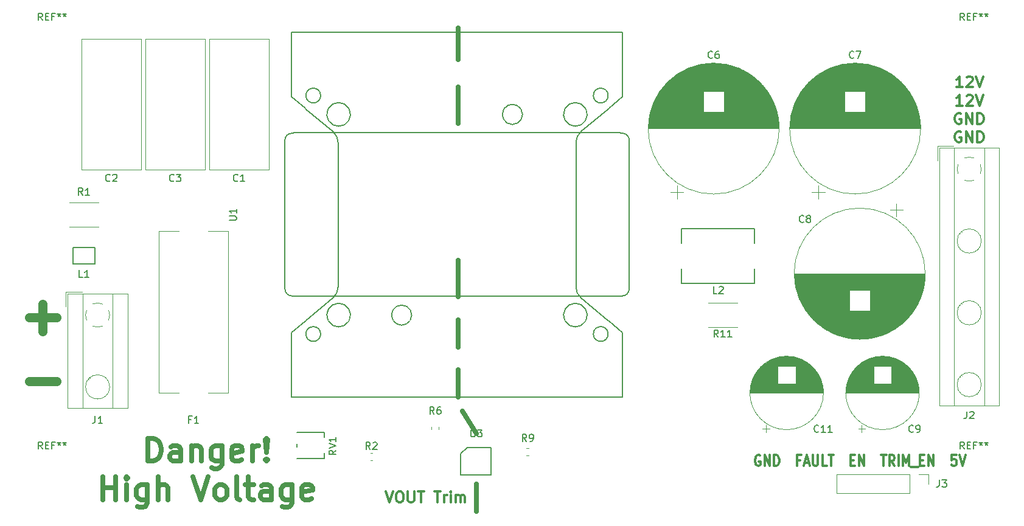
<source format=gbr>
G04 #@! TF.GenerationSoftware,KiCad,Pcbnew,(5.0.2)-1*
G04 #@! TF.CreationDate,2019-02-08T17:58:05-05:00*
G04 #@! TF.ProjectId,DC_DCBoard,44435f44-4342-46f6-9172-642e6b696361,rev?*
G04 #@! TF.SameCoordinates,Original*
G04 #@! TF.FileFunction,Legend,Top*
G04 #@! TF.FilePolarity,Positive*
%FSLAX46Y46*%
G04 Gerber Fmt 4.6, Leading zero omitted, Abs format (unit mm)*
G04 Created by KiCad (PCBNEW (5.0.2)-1) date 2/8/2019 5:58:05 PM*
%MOMM*%
%LPD*%
G01*
G04 APERTURE LIST*
%ADD10C,0.635000*%
%ADD11C,0.300000*%
%ADD12C,1.270000*%
%ADD13C,0.120000*%
%ADD14C,0.200000*%
%ADD15C,0.150000*%
%ADD16C,0.180000*%
G04 APERTURE END LIST*
D10*
X118110000Y-81280000D02*
X118110000Y-76200000D01*
X118110000Y-119380000D02*
X118110000Y-115570000D01*
X118110000Y-112395000D02*
X118110000Y-108585000D01*
X74945119Y-128277559D02*
X74945119Y-125102559D01*
X75701071Y-125102559D01*
X76154642Y-125253750D01*
X76457023Y-125556130D01*
X76608214Y-125858511D01*
X76759404Y-126463273D01*
X76759404Y-126916845D01*
X76608214Y-127521607D01*
X76457023Y-127823988D01*
X76154642Y-128126369D01*
X75701071Y-128277559D01*
X74945119Y-128277559D01*
X79480833Y-128277559D02*
X79480833Y-126614464D01*
X79329642Y-126312083D01*
X79027261Y-126160892D01*
X78422500Y-126160892D01*
X78120119Y-126312083D01*
X79480833Y-128126369D02*
X79178452Y-128277559D01*
X78422500Y-128277559D01*
X78120119Y-128126369D01*
X77968928Y-127823988D01*
X77968928Y-127521607D01*
X78120119Y-127219226D01*
X78422500Y-127068035D01*
X79178452Y-127068035D01*
X79480833Y-126916845D01*
X80992738Y-126160892D02*
X80992738Y-128277559D01*
X80992738Y-126463273D02*
X81143928Y-126312083D01*
X81446309Y-126160892D01*
X81899880Y-126160892D01*
X82202261Y-126312083D01*
X82353452Y-126614464D01*
X82353452Y-128277559D01*
X85226071Y-126160892D02*
X85226071Y-128731130D01*
X85074880Y-129033511D01*
X84923690Y-129184702D01*
X84621309Y-129335892D01*
X84167738Y-129335892D01*
X83865357Y-129184702D01*
X85226071Y-128126369D02*
X84923690Y-128277559D01*
X84318928Y-128277559D01*
X84016547Y-128126369D01*
X83865357Y-127975178D01*
X83714166Y-127672797D01*
X83714166Y-126765654D01*
X83865357Y-126463273D01*
X84016547Y-126312083D01*
X84318928Y-126160892D01*
X84923690Y-126160892D01*
X85226071Y-126312083D01*
X87947500Y-128126369D02*
X87645119Y-128277559D01*
X87040357Y-128277559D01*
X86737976Y-128126369D01*
X86586785Y-127823988D01*
X86586785Y-126614464D01*
X86737976Y-126312083D01*
X87040357Y-126160892D01*
X87645119Y-126160892D01*
X87947500Y-126312083D01*
X88098690Y-126614464D01*
X88098690Y-126916845D01*
X86586785Y-127219226D01*
X89459404Y-128277559D02*
X89459404Y-126160892D01*
X89459404Y-126765654D02*
X89610595Y-126463273D01*
X89761785Y-126312083D01*
X90064166Y-126160892D01*
X90366547Y-126160892D01*
X91424880Y-127975178D02*
X91576071Y-128126369D01*
X91424880Y-128277559D01*
X91273690Y-128126369D01*
X91424880Y-127975178D01*
X91424880Y-128277559D01*
X91424880Y-127068035D02*
X91273690Y-125253750D01*
X91424880Y-125102559D01*
X91576071Y-125253750D01*
X91424880Y-127068035D01*
X91424880Y-125102559D01*
X68670714Y-133675059D02*
X68670714Y-130500059D01*
X68670714Y-132011964D02*
X70485000Y-132011964D01*
X70485000Y-133675059D02*
X70485000Y-130500059D01*
X71996904Y-133675059D02*
X71996904Y-131558392D01*
X71996904Y-130500059D02*
X71845714Y-130651250D01*
X71996904Y-130802440D01*
X72148095Y-130651250D01*
X71996904Y-130500059D01*
X71996904Y-130802440D01*
X74869523Y-131558392D02*
X74869523Y-134128630D01*
X74718333Y-134431011D01*
X74567142Y-134582202D01*
X74264761Y-134733392D01*
X73811190Y-134733392D01*
X73508809Y-134582202D01*
X74869523Y-133523869D02*
X74567142Y-133675059D01*
X73962380Y-133675059D01*
X73660000Y-133523869D01*
X73508809Y-133372678D01*
X73357619Y-133070297D01*
X73357619Y-132163154D01*
X73508809Y-131860773D01*
X73660000Y-131709583D01*
X73962380Y-131558392D01*
X74567142Y-131558392D01*
X74869523Y-131709583D01*
X76381428Y-133675059D02*
X76381428Y-130500059D01*
X77742142Y-133675059D02*
X77742142Y-132011964D01*
X77590952Y-131709583D01*
X77288571Y-131558392D01*
X76835000Y-131558392D01*
X76532619Y-131709583D01*
X76381428Y-131860773D01*
X81219523Y-130500059D02*
X82277857Y-133675059D01*
X83336190Y-130500059D01*
X84848095Y-133675059D02*
X84545714Y-133523869D01*
X84394523Y-133372678D01*
X84243333Y-133070297D01*
X84243333Y-132163154D01*
X84394523Y-131860773D01*
X84545714Y-131709583D01*
X84848095Y-131558392D01*
X85301666Y-131558392D01*
X85604047Y-131709583D01*
X85755238Y-131860773D01*
X85906428Y-132163154D01*
X85906428Y-133070297D01*
X85755238Y-133372678D01*
X85604047Y-133523869D01*
X85301666Y-133675059D01*
X84848095Y-133675059D01*
X87720714Y-133675059D02*
X87418333Y-133523869D01*
X87267142Y-133221488D01*
X87267142Y-130500059D01*
X88476666Y-131558392D02*
X89686190Y-131558392D01*
X88930238Y-130500059D02*
X88930238Y-133221488D01*
X89081428Y-133523869D01*
X89383809Y-133675059D01*
X89686190Y-133675059D01*
X92105238Y-133675059D02*
X92105238Y-132011964D01*
X91954047Y-131709583D01*
X91651666Y-131558392D01*
X91046904Y-131558392D01*
X90744523Y-131709583D01*
X92105238Y-133523869D02*
X91802857Y-133675059D01*
X91046904Y-133675059D01*
X90744523Y-133523869D01*
X90593333Y-133221488D01*
X90593333Y-132919107D01*
X90744523Y-132616726D01*
X91046904Y-132465535D01*
X91802857Y-132465535D01*
X92105238Y-132314345D01*
X94977857Y-131558392D02*
X94977857Y-134128630D01*
X94826666Y-134431011D01*
X94675476Y-134582202D01*
X94373095Y-134733392D01*
X93919523Y-134733392D01*
X93617142Y-134582202D01*
X94977857Y-133523869D02*
X94675476Y-133675059D01*
X94070714Y-133675059D01*
X93768333Y-133523869D01*
X93617142Y-133372678D01*
X93465952Y-133070297D01*
X93465952Y-132163154D01*
X93617142Y-131860773D01*
X93768333Y-131709583D01*
X94070714Y-131558392D01*
X94675476Y-131558392D01*
X94977857Y-131709583D01*
X97699285Y-133523869D02*
X97396904Y-133675059D01*
X96792142Y-133675059D01*
X96489761Y-133523869D01*
X96338571Y-133221488D01*
X96338571Y-132011964D01*
X96489761Y-131709583D01*
X96792142Y-131558392D01*
X97396904Y-131558392D01*
X97699285Y-131709583D01*
X97850476Y-132011964D01*
X97850476Y-132314345D01*
X96338571Y-132616726D01*
X118110000Y-72390000D02*
X118110000Y-67945000D01*
X118110000Y-104140000D02*
X118110000Y-100330000D01*
X118110000Y-105410000D02*
X118110000Y-100965000D01*
X120650000Y-124460000D02*
X118745000Y-121285000D01*
X120650000Y-135255000D02*
X120650000Y-131445000D01*
D11*
X160140952Y-127520000D02*
X160020000Y-127448571D01*
X159838571Y-127448571D01*
X159657142Y-127520000D01*
X159536190Y-127662857D01*
X159475714Y-127805714D01*
X159415238Y-128091428D01*
X159415238Y-128305714D01*
X159475714Y-128591428D01*
X159536190Y-128734285D01*
X159657142Y-128877142D01*
X159838571Y-128948571D01*
X159959523Y-128948571D01*
X160140952Y-128877142D01*
X160201428Y-128805714D01*
X160201428Y-128305714D01*
X159959523Y-128305714D01*
X160745714Y-128948571D02*
X160745714Y-127448571D01*
X161471428Y-128948571D01*
X161471428Y-127448571D01*
X162076190Y-128948571D02*
X162076190Y-127448571D01*
X162378571Y-127448571D01*
X162560000Y-127520000D01*
X162680952Y-127662857D01*
X162741428Y-127805714D01*
X162801904Y-128091428D01*
X162801904Y-128305714D01*
X162741428Y-128591428D01*
X162680952Y-128734285D01*
X162560000Y-128877142D01*
X162378571Y-128948571D01*
X162076190Y-128948571D01*
X165704761Y-128162857D02*
X165281428Y-128162857D01*
X165281428Y-128948571D02*
X165281428Y-127448571D01*
X165886190Y-127448571D01*
X166309523Y-128520000D02*
X166914285Y-128520000D01*
X166188571Y-128948571D02*
X166611904Y-127448571D01*
X167035238Y-128948571D01*
X167458571Y-127448571D02*
X167458571Y-128662857D01*
X167519047Y-128805714D01*
X167579523Y-128877142D01*
X167700476Y-128948571D01*
X167942380Y-128948571D01*
X168063333Y-128877142D01*
X168123809Y-128805714D01*
X168184285Y-128662857D01*
X168184285Y-127448571D01*
X169393809Y-128948571D02*
X168789047Y-128948571D01*
X168789047Y-127448571D01*
X169635714Y-127448571D02*
X170361428Y-127448571D01*
X169998571Y-128948571D02*
X169998571Y-127448571D01*
X172720000Y-128162857D02*
X173143333Y-128162857D01*
X173324761Y-128948571D02*
X172720000Y-128948571D01*
X172720000Y-127448571D01*
X173324761Y-127448571D01*
X173869047Y-128948571D02*
X173869047Y-127448571D01*
X174594761Y-128948571D01*
X174594761Y-127448571D01*
X176953333Y-127448571D02*
X177679047Y-127448571D01*
X177316190Y-128948571D02*
X177316190Y-127448571D01*
X178828095Y-128948571D02*
X178404761Y-128234285D01*
X178102380Y-128948571D02*
X178102380Y-127448571D01*
X178586190Y-127448571D01*
X178707142Y-127520000D01*
X178767619Y-127591428D01*
X178828095Y-127734285D01*
X178828095Y-127948571D01*
X178767619Y-128091428D01*
X178707142Y-128162857D01*
X178586190Y-128234285D01*
X178102380Y-128234285D01*
X179372380Y-128948571D02*
X179372380Y-127448571D01*
X179977142Y-128948571D02*
X179977142Y-127448571D01*
X180400476Y-128520000D01*
X180823809Y-127448571D01*
X180823809Y-128948571D01*
X181126190Y-129091428D02*
X182093809Y-129091428D01*
X182396190Y-128162857D02*
X182819523Y-128162857D01*
X183000952Y-128948571D02*
X182396190Y-128948571D01*
X182396190Y-127448571D01*
X183000952Y-127448571D01*
X183545238Y-128948571D02*
X183545238Y-127448571D01*
X184270952Y-128948571D01*
X184270952Y-127448571D01*
X187415714Y-127448571D02*
X186810952Y-127448571D01*
X186750476Y-128162857D01*
X186810952Y-128091428D01*
X186931904Y-128020000D01*
X187234285Y-128020000D01*
X187355238Y-128091428D01*
X187415714Y-128162857D01*
X187476190Y-128305714D01*
X187476190Y-128662857D01*
X187415714Y-128805714D01*
X187355238Y-128877142D01*
X187234285Y-128948571D01*
X186931904Y-128948571D01*
X186810952Y-128877142D01*
X186750476Y-128805714D01*
X187839047Y-127448571D02*
X188262380Y-128948571D01*
X188685714Y-127448571D01*
X188301428Y-76228571D02*
X187444285Y-76228571D01*
X187872857Y-76228571D02*
X187872857Y-74728571D01*
X187730000Y-74942857D01*
X187587142Y-75085714D01*
X187444285Y-75157142D01*
X188872857Y-74871428D02*
X188944285Y-74800000D01*
X189087142Y-74728571D01*
X189444285Y-74728571D01*
X189587142Y-74800000D01*
X189658571Y-74871428D01*
X189730000Y-75014285D01*
X189730000Y-75157142D01*
X189658571Y-75371428D01*
X188801428Y-76228571D01*
X189730000Y-76228571D01*
X190158571Y-74728571D02*
X190658571Y-76228571D01*
X191158571Y-74728571D01*
X188301428Y-78778571D02*
X187444285Y-78778571D01*
X187872857Y-78778571D02*
X187872857Y-77278571D01*
X187730000Y-77492857D01*
X187587142Y-77635714D01*
X187444285Y-77707142D01*
X188872857Y-77421428D02*
X188944285Y-77350000D01*
X189087142Y-77278571D01*
X189444285Y-77278571D01*
X189587142Y-77350000D01*
X189658571Y-77421428D01*
X189730000Y-77564285D01*
X189730000Y-77707142D01*
X189658571Y-77921428D01*
X188801428Y-78778571D01*
X189730000Y-78778571D01*
X190158571Y-77278571D02*
X190658571Y-78778571D01*
X191158571Y-77278571D01*
X188087142Y-79900000D02*
X187944285Y-79828571D01*
X187730000Y-79828571D01*
X187515714Y-79900000D01*
X187372857Y-80042857D01*
X187301428Y-80185714D01*
X187230000Y-80471428D01*
X187230000Y-80685714D01*
X187301428Y-80971428D01*
X187372857Y-81114285D01*
X187515714Y-81257142D01*
X187730000Y-81328571D01*
X187872857Y-81328571D01*
X188087142Y-81257142D01*
X188158571Y-81185714D01*
X188158571Y-80685714D01*
X187872857Y-80685714D01*
X188801428Y-81328571D02*
X188801428Y-79828571D01*
X189658571Y-81328571D01*
X189658571Y-79828571D01*
X190372857Y-81328571D02*
X190372857Y-79828571D01*
X190730000Y-79828571D01*
X190944285Y-79900000D01*
X191087142Y-80042857D01*
X191158571Y-80185714D01*
X191230000Y-80471428D01*
X191230000Y-80685714D01*
X191158571Y-80971428D01*
X191087142Y-81114285D01*
X190944285Y-81257142D01*
X190730000Y-81328571D01*
X190372857Y-81328571D01*
X188087142Y-82450000D02*
X187944285Y-82378571D01*
X187730000Y-82378571D01*
X187515714Y-82450000D01*
X187372857Y-82592857D01*
X187301428Y-82735714D01*
X187230000Y-83021428D01*
X187230000Y-83235714D01*
X187301428Y-83521428D01*
X187372857Y-83664285D01*
X187515714Y-83807142D01*
X187730000Y-83878571D01*
X187872857Y-83878571D01*
X188087142Y-83807142D01*
X188158571Y-83735714D01*
X188158571Y-83235714D01*
X187872857Y-83235714D01*
X188801428Y-83878571D02*
X188801428Y-82378571D01*
X189658571Y-83878571D01*
X189658571Y-82378571D01*
X190372857Y-83878571D02*
X190372857Y-82378571D01*
X190730000Y-82378571D01*
X190944285Y-82450000D01*
X191087142Y-82592857D01*
X191158571Y-82735714D01*
X191230000Y-83021428D01*
X191230000Y-83235714D01*
X191158571Y-83521428D01*
X191087142Y-83664285D01*
X190944285Y-83807142D01*
X190730000Y-83878571D01*
X190372857Y-83878571D01*
X108057857Y-132528571D02*
X108557857Y-134028571D01*
X109057857Y-132528571D01*
X109843571Y-132528571D02*
X110129285Y-132528571D01*
X110272142Y-132600000D01*
X110415000Y-132742857D01*
X110486428Y-133028571D01*
X110486428Y-133528571D01*
X110415000Y-133814285D01*
X110272142Y-133957142D01*
X110129285Y-134028571D01*
X109843571Y-134028571D01*
X109700714Y-133957142D01*
X109557857Y-133814285D01*
X109486428Y-133528571D01*
X109486428Y-133028571D01*
X109557857Y-132742857D01*
X109700714Y-132600000D01*
X109843571Y-132528571D01*
X111129285Y-132528571D02*
X111129285Y-133742857D01*
X111200714Y-133885714D01*
X111272142Y-133957142D01*
X111415000Y-134028571D01*
X111700714Y-134028571D01*
X111843571Y-133957142D01*
X111915000Y-133885714D01*
X111986428Y-133742857D01*
X111986428Y-132528571D01*
X112486428Y-132528571D02*
X113343571Y-132528571D01*
X112915000Y-134028571D02*
X112915000Y-132528571D01*
X114772142Y-132528571D02*
X115629285Y-132528571D01*
X115200714Y-134028571D02*
X115200714Y-132528571D01*
X116129285Y-134028571D02*
X116129285Y-133028571D01*
X116129285Y-133314285D02*
X116200714Y-133171428D01*
X116272142Y-133100000D01*
X116415000Y-133028571D01*
X116557857Y-133028571D01*
X117057857Y-134028571D02*
X117057857Y-133028571D01*
X117057857Y-132528571D02*
X116986428Y-132600000D01*
X117057857Y-132671428D01*
X117129285Y-132600000D01*
X117057857Y-132528571D01*
X117057857Y-132671428D01*
X117772142Y-134028571D02*
X117772142Y-133028571D01*
X117772142Y-133171428D02*
X117843571Y-133100000D01*
X117986428Y-133028571D01*
X118200714Y-133028571D01*
X118343571Y-133100000D01*
X118415000Y-133242857D01*
X118415000Y-134028571D01*
X118415000Y-133242857D02*
X118486428Y-133100000D01*
X118629285Y-133028571D01*
X118843571Y-133028571D01*
X118986428Y-133100000D01*
X119057857Y-133242857D01*
X119057857Y-134028571D01*
D12*
X58389761Y-108312857D02*
X62260238Y-108312857D01*
X60325000Y-110248095D02*
X60325000Y-106377619D01*
X58389761Y-117202857D02*
X62260238Y-117202857D01*
D13*
G04 #@! TO.C,F1*
X86080000Y-96245000D02*
X83280000Y-96245000D01*
X79280000Y-96245000D02*
X76480000Y-96245000D01*
X79280000Y-118745000D02*
X76480000Y-118745000D01*
X76480000Y-118745000D02*
X76480000Y-96245000D01*
X86080000Y-118745000D02*
X86080000Y-96245000D01*
X86080000Y-118745000D02*
X83280000Y-118745000D01*
D14*
G04 #@! TO.C,U1*
X140955000Y-77580000D02*
X140955000Y-75602000D01*
X140955000Y-75475000D02*
X140955000Y-68580000D01*
X98980000Y-110580000D02*
G75*
G03X98980000Y-110580000I-1025000J0D01*
G01*
X96835587Y-79158000D02*
X96986940Y-79285000D01*
X100690575Y-82392719D02*
G75*
G02X101405000Y-83924808I-1285575J-1532089D01*
G01*
X94955000Y-77580000D02*
X96835587Y-79158000D01*
X96986940Y-79285000D02*
X100690575Y-82392719D01*
X138980000Y-77380000D02*
G75*
G03X138980000Y-77380000I-1025000J0D01*
G01*
X101405000Y-104035192D02*
G75*
G02X100690575Y-105567281I-2000000J0D01*
G01*
X98980000Y-77380000D02*
G75*
G03X98980000Y-77380000I-1025000J0D01*
G01*
X124553001Y-79158000D02*
G75*
G02X126774799Y-79158000I1110899J-852000D01*
G01*
X135907186Y-79285000D02*
G75*
G02X132942814Y-79285000I-1482186J-725000D01*
G01*
X94955000Y-110380000D02*
X94955000Y-112358000D01*
X94955000Y-112358000D02*
X94955000Y-112485000D01*
X94955000Y-75602000D02*
X94955000Y-77580000D01*
X101405000Y-83924808D02*
X101405000Y-104035192D01*
X109048446Y-108675000D02*
G75*
G02X111443754Y-108675000I1197654J725000D01*
G01*
X135838009Y-108802000D02*
G75*
G02X133011990Y-108802000I-1413009J852000D01*
G01*
X100002814Y-108675000D02*
G75*
G02X102967186Y-108675000I1482186J725000D01*
G01*
X102898009Y-108802000D02*
G75*
G02X100071990Y-108802000I-1413009J852000D01*
G01*
X134505000Y-83924808D02*
G75*
G02X135219425Y-82392719I2000000J0D01*
G01*
X133011991Y-79158000D02*
G75*
G02X135838010Y-79158000I1413009J-852000D01*
G01*
X140955000Y-75602000D02*
X140955000Y-75475000D01*
X140955000Y-68580000D02*
X94955000Y-68580000D01*
X126861554Y-79285000D02*
G75*
G02X124466246Y-79285000I-1197654J-725000D01*
G01*
X132942814Y-108675000D02*
G75*
G02X135907186Y-108675000I1482186J725000D01*
G01*
X96835587Y-108802000D02*
X94955000Y-110380000D01*
X140955000Y-112485000D02*
X140955000Y-112358000D01*
X138980000Y-110580000D02*
G75*
G03X138980000Y-110580000I-1025000J0D01*
G01*
X94955000Y-112485000D02*
X94955000Y-119380000D01*
X139074413Y-108802000D02*
X138923060Y-108675000D01*
X102967186Y-79285000D02*
G75*
G02X100002814Y-79285000I-1482186J-725000D01*
G01*
X94955000Y-119380000D02*
X140955000Y-119380000D01*
X135219425Y-105567281D02*
G75*
G02X134505000Y-104035192I1285575J1532089D01*
G01*
X100071991Y-79158000D02*
G75*
G02X102898010Y-79158000I1413009J-852000D01*
G01*
X138923060Y-79285000D02*
X139074413Y-79158000D01*
X100690575Y-105567281D02*
X96986940Y-108675000D01*
X135219425Y-82392719D02*
X138923060Y-79285000D01*
X94955000Y-68580000D02*
X94955000Y-75475000D01*
X140955000Y-112358000D02*
X140955000Y-110380000D01*
X111356999Y-108802000D02*
G75*
G02X109135201Y-108802000I-1110899J852000D01*
G01*
X140955000Y-119380000D02*
X140955000Y-112485000D01*
X140955000Y-110380000D02*
X139074413Y-108802000D01*
X138923060Y-108675000D02*
X135219425Y-105567281D01*
X139074413Y-79158000D02*
X140955000Y-77580000D01*
X94955000Y-75475000D02*
X94955000Y-75602000D01*
X96986940Y-108675000D02*
X96835587Y-108802000D01*
X134505000Y-104035192D02*
X134505000Y-83924808D01*
X140955000Y-82630000D02*
X140751800Y-82630000D01*
X94973600Y-105277600D02*
X95176800Y-105277600D01*
X94973600Y-105277600D02*
G75*
G02X94008400Y-104312400I0J965200D01*
G01*
X94973600Y-82630000D02*
X95176800Y-82630000D01*
X141920200Y-104312400D02*
G75*
G02X140955000Y-105277600I-965200J0D01*
G01*
X141920200Y-104312400D02*
X141920200Y-83595200D01*
X140751800Y-82553800D02*
X140751800Y-82630000D01*
X140955000Y-105277600D02*
X140751800Y-105277600D01*
X95176800Y-105353800D02*
X140751800Y-105353800D01*
X94008400Y-83595200D02*
G75*
G02X94973600Y-82630000I965200J0D01*
G01*
X94008400Y-104312400D02*
X94008400Y-83595200D01*
X140751800Y-82553800D02*
X95176800Y-82553800D01*
X140751800Y-105353800D02*
X140751800Y-105277600D01*
X140955000Y-82630000D02*
G75*
G02X141920200Y-83595200I0J-965200D01*
G01*
X95176800Y-105277600D02*
X95176800Y-105353800D01*
X95176800Y-82553800D02*
X95176800Y-82630000D01*
D13*
G04 #@! TO.C,C1*
X91750000Y-87740000D02*
X83510000Y-87740000D01*
X91750000Y-69500000D02*
X83510000Y-69500000D01*
X83510000Y-69500000D02*
X83510000Y-87740000D01*
X91750000Y-69500000D02*
X91750000Y-87740000D01*
G04 #@! TO.C,C2*
X73970000Y-87740000D02*
X65730000Y-87740000D01*
X73970000Y-69500000D02*
X65730000Y-69500000D01*
X65730000Y-69500000D02*
X65730000Y-87740000D01*
X73970000Y-69500000D02*
X73970000Y-87740000D01*
G04 #@! TO.C,C3*
X82860000Y-87740000D02*
X74620000Y-87740000D01*
X82860000Y-69500000D02*
X74620000Y-69500000D01*
X74620000Y-69500000D02*
X74620000Y-87740000D01*
X82860000Y-69500000D02*
X82860000Y-87740000D01*
G04 #@! TO.C,C6*
X147655000Y-90834440D02*
X149455000Y-90834440D01*
X148555000Y-91734440D02*
X148555000Y-89934440D01*
X153630000Y-72855000D02*
X153710000Y-72855000D01*
X152856000Y-72895000D02*
X154484000Y-72895000D01*
X152504000Y-72935000D02*
X154836000Y-72935000D01*
X152235000Y-72975000D02*
X155105000Y-72975000D01*
X152009000Y-73015000D02*
X155331000Y-73015000D01*
X151810000Y-73055000D02*
X155530000Y-73055000D01*
X151631000Y-73095000D02*
X155709000Y-73095000D01*
X151467000Y-73135000D02*
X155873000Y-73135000D01*
X151315000Y-73175000D02*
X156025000Y-73175000D01*
X151172000Y-73215000D02*
X156168000Y-73215000D01*
X151038000Y-73255000D02*
X156302000Y-73255000D01*
X150911000Y-73295000D02*
X156429000Y-73295000D01*
X150790000Y-73335000D02*
X156550000Y-73335000D01*
X150674000Y-73375000D02*
X156666000Y-73375000D01*
X150563000Y-73415000D02*
X156777000Y-73415000D01*
X150456000Y-73455000D02*
X156884000Y-73455000D01*
X150353000Y-73495000D02*
X156987000Y-73495000D01*
X150254000Y-73535000D02*
X157086000Y-73535000D01*
X150158000Y-73575000D02*
X157182000Y-73575000D01*
X150065000Y-73615000D02*
X157275000Y-73615000D01*
X149974000Y-73655000D02*
X157366000Y-73655000D01*
X149886000Y-73695000D02*
X157454000Y-73695000D01*
X149801000Y-73735000D02*
X157539000Y-73735000D01*
X149718000Y-73775000D02*
X157622000Y-73775000D01*
X149637000Y-73814000D02*
X157703000Y-73814000D01*
X149557000Y-73854000D02*
X157783000Y-73854000D01*
X149480000Y-73894000D02*
X157860000Y-73894000D01*
X149405000Y-73934000D02*
X157935000Y-73934000D01*
X149331000Y-73974000D02*
X158009000Y-73974000D01*
X149258000Y-74014000D02*
X158082000Y-74014000D01*
X149188000Y-74054000D02*
X158152000Y-74054000D01*
X149118000Y-74094000D02*
X158222000Y-74094000D01*
X149050000Y-74134000D02*
X158290000Y-74134000D01*
X148984000Y-74174000D02*
X158356000Y-74174000D01*
X148918000Y-74214000D02*
X158422000Y-74214000D01*
X148854000Y-74254000D02*
X158486000Y-74254000D01*
X148791000Y-74294000D02*
X158549000Y-74294000D01*
X148729000Y-74334000D02*
X158611000Y-74334000D01*
X148668000Y-74374000D02*
X158672000Y-74374000D01*
X148608000Y-74414000D02*
X158732000Y-74414000D01*
X148550000Y-74454000D02*
X158790000Y-74454000D01*
X148492000Y-74494000D02*
X158848000Y-74494000D01*
X148435000Y-74534000D02*
X158905000Y-74534000D01*
X148379000Y-74574000D02*
X158961000Y-74574000D01*
X148324000Y-74614000D02*
X159016000Y-74614000D01*
X148270000Y-74654000D02*
X159070000Y-74654000D01*
X148216000Y-74694000D02*
X159124000Y-74694000D01*
X148164000Y-74734000D02*
X159176000Y-74734000D01*
X148112000Y-74774000D02*
X159228000Y-74774000D01*
X148061000Y-74814000D02*
X159279000Y-74814000D01*
X148010000Y-74854000D02*
X159330000Y-74854000D01*
X147961000Y-74894000D02*
X159379000Y-74894000D01*
X147912000Y-74934000D02*
X159428000Y-74934000D01*
X147864000Y-74974000D02*
X159476000Y-74974000D01*
X147816000Y-75014000D02*
X159524000Y-75014000D01*
X147769000Y-75054000D02*
X159571000Y-75054000D01*
X147723000Y-75094000D02*
X159617000Y-75094000D01*
X147677000Y-75134000D02*
X159663000Y-75134000D01*
X147632000Y-75174000D02*
X159708000Y-75174000D01*
X147588000Y-75214000D02*
X159752000Y-75214000D01*
X147544000Y-75254000D02*
X159796000Y-75254000D01*
X147500000Y-75294000D02*
X159840000Y-75294000D01*
X147458000Y-75334000D02*
X159882000Y-75334000D01*
X147416000Y-75374000D02*
X159924000Y-75374000D01*
X147374000Y-75414000D02*
X159966000Y-75414000D01*
X147333000Y-75454000D02*
X160007000Y-75454000D01*
X147292000Y-75494000D02*
X160048000Y-75494000D01*
X147252000Y-75534000D02*
X160088000Y-75534000D01*
X147212000Y-75574000D02*
X160128000Y-75574000D01*
X147173000Y-75614000D02*
X160167000Y-75614000D01*
X147134000Y-75654000D02*
X160206000Y-75654000D01*
X147096000Y-75694000D02*
X160244000Y-75694000D01*
X147058000Y-75734000D02*
X160282000Y-75734000D01*
X147021000Y-75774000D02*
X160319000Y-75774000D01*
X146984000Y-75814000D02*
X160356000Y-75814000D01*
X146948000Y-75854000D02*
X160392000Y-75854000D01*
X146912000Y-75894000D02*
X160428000Y-75894000D01*
X146876000Y-75934000D02*
X160464000Y-75934000D01*
X146841000Y-75974000D02*
X160499000Y-75974000D01*
X146806000Y-76014000D02*
X160534000Y-76014000D01*
X146772000Y-76054000D02*
X160568000Y-76054000D01*
X146738000Y-76094000D02*
X160602000Y-76094000D01*
X146705000Y-76134000D02*
X160635000Y-76134000D01*
X146671000Y-76174000D02*
X160669000Y-76174000D01*
X146639000Y-76214000D02*
X160701000Y-76214000D01*
X146606000Y-76254000D02*
X160734000Y-76254000D01*
X146574000Y-76294000D02*
X160766000Y-76294000D01*
X146543000Y-76334000D02*
X160797000Y-76334000D01*
X146511000Y-76374000D02*
X160829000Y-76374000D01*
X146480000Y-76414000D02*
X160860000Y-76414000D01*
X146450000Y-76454000D02*
X160890000Y-76454000D01*
X146420000Y-76494000D02*
X160920000Y-76494000D01*
X146390000Y-76534000D02*
X160950000Y-76534000D01*
X146360000Y-76574000D02*
X160980000Y-76574000D01*
X146331000Y-76614000D02*
X161009000Y-76614000D01*
X146302000Y-76654000D02*
X161038000Y-76654000D01*
X146273000Y-76694000D02*
X161067000Y-76694000D01*
X146245000Y-76734000D02*
X161095000Y-76734000D01*
X146217000Y-76774000D02*
X161123000Y-76774000D01*
X155110000Y-76814000D02*
X161150000Y-76814000D01*
X146190000Y-76814000D02*
X152230000Y-76814000D01*
X155110000Y-76854000D02*
X161178000Y-76854000D01*
X146162000Y-76854000D02*
X152230000Y-76854000D01*
X155110000Y-76894000D02*
X161205000Y-76894000D01*
X146135000Y-76894000D02*
X152230000Y-76894000D01*
X155110000Y-76934000D02*
X161231000Y-76934000D01*
X146109000Y-76934000D02*
X152230000Y-76934000D01*
X155110000Y-76974000D02*
X161258000Y-76974000D01*
X146082000Y-76974000D02*
X152230000Y-76974000D01*
X155110000Y-77014000D02*
X161284000Y-77014000D01*
X146056000Y-77014000D02*
X152230000Y-77014000D01*
X155110000Y-77054000D02*
X161310000Y-77054000D01*
X146030000Y-77054000D02*
X152230000Y-77054000D01*
X155110000Y-77094000D02*
X161335000Y-77094000D01*
X146005000Y-77094000D02*
X152230000Y-77094000D01*
X155110000Y-77134000D02*
X161360000Y-77134000D01*
X145980000Y-77134000D02*
X152230000Y-77134000D01*
X155110000Y-77174000D02*
X161385000Y-77174000D01*
X145955000Y-77174000D02*
X152230000Y-77174000D01*
X155110000Y-77214000D02*
X161410000Y-77214000D01*
X145930000Y-77214000D02*
X152230000Y-77214000D01*
X155110000Y-77254000D02*
X161434000Y-77254000D01*
X145906000Y-77254000D02*
X152230000Y-77254000D01*
X155110000Y-77294000D02*
X161458000Y-77294000D01*
X145882000Y-77294000D02*
X152230000Y-77294000D01*
X155110000Y-77334000D02*
X161482000Y-77334000D01*
X145858000Y-77334000D02*
X152230000Y-77334000D01*
X155110000Y-77374000D02*
X161505000Y-77374000D01*
X145835000Y-77374000D02*
X152230000Y-77374000D01*
X155110000Y-77414000D02*
X161529000Y-77414000D01*
X145811000Y-77414000D02*
X152230000Y-77414000D01*
X155110000Y-77454000D02*
X161552000Y-77454000D01*
X145788000Y-77454000D02*
X152230000Y-77454000D01*
X155110000Y-77494000D02*
X161574000Y-77494000D01*
X145766000Y-77494000D02*
X152230000Y-77494000D01*
X155110000Y-77534000D02*
X161597000Y-77534000D01*
X145743000Y-77534000D02*
X152230000Y-77534000D01*
X155110000Y-77574000D02*
X161619000Y-77574000D01*
X145721000Y-77574000D02*
X152230000Y-77574000D01*
X155110000Y-77614000D02*
X161641000Y-77614000D01*
X145699000Y-77614000D02*
X152230000Y-77614000D01*
X155110000Y-77654000D02*
X161662000Y-77654000D01*
X145678000Y-77654000D02*
X152230000Y-77654000D01*
X155110000Y-77694000D02*
X161684000Y-77694000D01*
X145656000Y-77694000D02*
X152230000Y-77694000D01*
X155110000Y-77734000D02*
X161705000Y-77734000D01*
X145635000Y-77734000D02*
X152230000Y-77734000D01*
X155110000Y-77774000D02*
X161726000Y-77774000D01*
X145614000Y-77774000D02*
X152230000Y-77774000D01*
X155110000Y-77814000D02*
X161746000Y-77814000D01*
X145594000Y-77814000D02*
X152230000Y-77814000D01*
X155110000Y-77854000D02*
X161767000Y-77854000D01*
X145573000Y-77854000D02*
X152230000Y-77854000D01*
X155110000Y-77894000D02*
X161787000Y-77894000D01*
X145553000Y-77894000D02*
X152230000Y-77894000D01*
X155110000Y-77934000D02*
X161807000Y-77934000D01*
X145533000Y-77934000D02*
X152230000Y-77934000D01*
X155110000Y-77974000D02*
X161826000Y-77974000D01*
X145514000Y-77974000D02*
X152230000Y-77974000D01*
X155110000Y-78014000D02*
X161846000Y-78014000D01*
X145494000Y-78014000D02*
X152230000Y-78014000D01*
X155110000Y-78054000D02*
X161865000Y-78054000D01*
X145475000Y-78054000D02*
X152230000Y-78054000D01*
X155110000Y-78094000D02*
X161884000Y-78094000D01*
X145456000Y-78094000D02*
X152230000Y-78094000D01*
X155110000Y-78134000D02*
X161903000Y-78134000D01*
X145437000Y-78134000D02*
X152230000Y-78134000D01*
X155110000Y-78174000D02*
X161921000Y-78174000D01*
X145419000Y-78174000D02*
X152230000Y-78174000D01*
X155110000Y-78214000D02*
X161939000Y-78214000D01*
X145401000Y-78214000D02*
X152230000Y-78214000D01*
X155110000Y-78254000D02*
X161957000Y-78254000D01*
X145383000Y-78254000D02*
X152230000Y-78254000D01*
X155110000Y-78294000D02*
X161975000Y-78294000D01*
X145365000Y-78294000D02*
X152230000Y-78294000D01*
X155110000Y-78334000D02*
X161993000Y-78334000D01*
X145347000Y-78334000D02*
X152230000Y-78334000D01*
X155110000Y-78374000D02*
X162010000Y-78374000D01*
X145330000Y-78374000D02*
X152230000Y-78374000D01*
X155110000Y-78414000D02*
X162027000Y-78414000D01*
X145313000Y-78414000D02*
X152230000Y-78414000D01*
X155110000Y-78454000D02*
X162044000Y-78454000D01*
X145296000Y-78454000D02*
X152230000Y-78454000D01*
X155110000Y-78494000D02*
X162060000Y-78494000D01*
X145280000Y-78494000D02*
X152230000Y-78494000D01*
X155110000Y-78534000D02*
X162077000Y-78534000D01*
X145263000Y-78534000D02*
X152230000Y-78534000D01*
X155110000Y-78574000D02*
X162093000Y-78574000D01*
X145247000Y-78574000D02*
X152230000Y-78574000D01*
X155110000Y-78614000D02*
X162109000Y-78614000D01*
X145231000Y-78614000D02*
X152230000Y-78614000D01*
X155110000Y-78654000D02*
X162125000Y-78654000D01*
X145215000Y-78654000D02*
X152230000Y-78654000D01*
X155110000Y-78694000D02*
X162140000Y-78694000D01*
X145200000Y-78694000D02*
X152230000Y-78694000D01*
X155110000Y-78734000D02*
X162156000Y-78734000D01*
X145184000Y-78734000D02*
X152230000Y-78734000D01*
X155110000Y-78774000D02*
X162171000Y-78774000D01*
X145169000Y-78774000D02*
X152230000Y-78774000D01*
X155110000Y-78814000D02*
X162186000Y-78814000D01*
X145154000Y-78814000D02*
X152230000Y-78814000D01*
X155110000Y-78854000D02*
X162200000Y-78854000D01*
X145140000Y-78854000D02*
X152230000Y-78854000D01*
X155110000Y-78894000D02*
X162215000Y-78894000D01*
X145125000Y-78894000D02*
X152230000Y-78894000D01*
X155110000Y-78934000D02*
X162229000Y-78934000D01*
X145111000Y-78934000D02*
X152230000Y-78934000D01*
X155110000Y-78974000D02*
X162243000Y-78974000D01*
X145097000Y-78974000D02*
X152230000Y-78974000D01*
X155110000Y-79014000D02*
X162257000Y-79014000D01*
X145083000Y-79014000D02*
X152230000Y-79014000D01*
X155110000Y-79054000D02*
X162270000Y-79054000D01*
X145070000Y-79054000D02*
X152230000Y-79054000D01*
X155110000Y-79094000D02*
X162284000Y-79094000D01*
X145056000Y-79094000D02*
X152230000Y-79094000D01*
X155110000Y-79134000D02*
X162297000Y-79134000D01*
X145043000Y-79134000D02*
X152230000Y-79134000D01*
X155110000Y-79174000D02*
X162310000Y-79174000D01*
X145030000Y-79174000D02*
X152230000Y-79174000D01*
X155110000Y-79214000D02*
X162323000Y-79214000D01*
X145017000Y-79214000D02*
X152230000Y-79214000D01*
X155110000Y-79254000D02*
X162335000Y-79254000D01*
X145005000Y-79254000D02*
X152230000Y-79254000D01*
X155110000Y-79294000D02*
X162348000Y-79294000D01*
X144992000Y-79294000D02*
X152230000Y-79294000D01*
X155110000Y-79334000D02*
X162360000Y-79334000D01*
X144980000Y-79334000D02*
X152230000Y-79334000D01*
X155110000Y-79374000D02*
X162372000Y-79374000D01*
X144968000Y-79374000D02*
X152230000Y-79374000D01*
X155110000Y-79414000D02*
X162384000Y-79414000D01*
X144956000Y-79414000D02*
X152230000Y-79414000D01*
X155110000Y-79454000D02*
X162395000Y-79454000D01*
X144945000Y-79454000D02*
X152230000Y-79454000D01*
X155110000Y-79494000D02*
X162407000Y-79494000D01*
X144933000Y-79494000D02*
X152230000Y-79494000D01*
X155110000Y-79534000D02*
X162418000Y-79534000D01*
X144922000Y-79534000D02*
X152230000Y-79534000D01*
X155110000Y-79574000D02*
X162429000Y-79574000D01*
X144911000Y-79574000D02*
X152230000Y-79574000D01*
X155110000Y-79614000D02*
X162440000Y-79614000D01*
X144900000Y-79614000D02*
X152230000Y-79614000D01*
X155110000Y-79654000D02*
X162450000Y-79654000D01*
X144890000Y-79654000D02*
X152230000Y-79654000D01*
X144879000Y-79694000D02*
X162461000Y-79694000D01*
X144869000Y-79734000D02*
X162471000Y-79734000D01*
X144859000Y-79774000D02*
X162481000Y-79774000D01*
X144849000Y-79814000D02*
X162491000Y-79814000D01*
X144839000Y-79854000D02*
X162501000Y-79854000D01*
X144830000Y-79894000D02*
X162510000Y-79894000D01*
X144821000Y-79934000D02*
X162519000Y-79934000D01*
X144812000Y-79974000D02*
X162528000Y-79974000D01*
X144803000Y-80014000D02*
X162537000Y-80014000D01*
X144794000Y-80054000D02*
X162546000Y-80054000D01*
X144785000Y-80094000D02*
X162555000Y-80094000D01*
X144777000Y-80134000D02*
X162563000Y-80134000D01*
X144769000Y-80174000D02*
X162571000Y-80174000D01*
X144761000Y-80214000D02*
X162579000Y-80214000D01*
X144753000Y-80254000D02*
X162587000Y-80254000D01*
X144746000Y-80294000D02*
X162594000Y-80294000D01*
X144738000Y-80334000D02*
X162602000Y-80334000D01*
X144731000Y-80374000D02*
X162609000Y-80374000D01*
X144724000Y-80414000D02*
X162616000Y-80414000D01*
X144717000Y-80454000D02*
X162623000Y-80454000D01*
X144710000Y-80494000D02*
X162630000Y-80494000D01*
X144704000Y-80534000D02*
X162636000Y-80534000D01*
X144698000Y-80574000D02*
X162642000Y-80574000D01*
X144691000Y-80614000D02*
X162649000Y-80614000D01*
X144686000Y-80654000D02*
X162654000Y-80654000D01*
X144680000Y-80694000D02*
X162660000Y-80694000D01*
X144674000Y-80734000D02*
X162666000Y-80734000D01*
X144669000Y-80774000D02*
X162671000Y-80774000D01*
X144664000Y-80814000D02*
X162676000Y-80814000D01*
X144659000Y-80854000D02*
X162681000Y-80854000D01*
X144654000Y-80894000D02*
X162686000Y-80894000D01*
X144649000Y-80934000D02*
X162691000Y-80934000D01*
X144644000Y-80974000D02*
X162696000Y-80974000D01*
X144640000Y-81014000D02*
X162700000Y-81014000D01*
X144636000Y-81054000D02*
X162704000Y-81054000D01*
X144632000Y-81094000D02*
X162708000Y-81094000D01*
X144628000Y-81134000D02*
X162712000Y-81134000D01*
X144625000Y-81174000D02*
X162715000Y-81174000D01*
X144621000Y-81214000D02*
X162719000Y-81214000D01*
X144618000Y-81254000D02*
X162722000Y-81254000D01*
X144615000Y-81295000D02*
X162725000Y-81295000D01*
X144612000Y-81335000D02*
X162728000Y-81335000D01*
X144609000Y-81375000D02*
X162731000Y-81375000D01*
X144607000Y-81415000D02*
X162733000Y-81415000D01*
X144604000Y-81455000D02*
X162736000Y-81455000D01*
X144602000Y-81495000D02*
X162738000Y-81495000D01*
X144600000Y-81535000D02*
X162740000Y-81535000D01*
X144598000Y-81575000D02*
X162742000Y-81575000D01*
X144597000Y-81615000D02*
X162743000Y-81615000D01*
X144595000Y-81655000D02*
X162745000Y-81655000D01*
X144594000Y-81695000D02*
X162746000Y-81695000D01*
X144593000Y-81735000D02*
X162747000Y-81735000D01*
X144592000Y-81775000D02*
X162748000Y-81775000D01*
X144591000Y-81815000D02*
X162749000Y-81815000D01*
X144590000Y-81855000D02*
X162750000Y-81855000D01*
X144590000Y-81895000D02*
X162750000Y-81895000D01*
X144590000Y-81935000D02*
X162750000Y-81935000D01*
X144589000Y-81975000D02*
X162751000Y-81975000D01*
X162790000Y-81975000D02*
G75*
G03X162790000Y-81975000I-9120000J0D01*
G01*
G04 #@! TO.C,C7*
X167340000Y-90834440D02*
X169140000Y-90834440D01*
X168240000Y-91734440D02*
X168240000Y-89934440D01*
X173315000Y-72855000D02*
X173395000Y-72855000D01*
X172541000Y-72895000D02*
X174169000Y-72895000D01*
X172189000Y-72935000D02*
X174521000Y-72935000D01*
X171920000Y-72975000D02*
X174790000Y-72975000D01*
X171694000Y-73015000D02*
X175016000Y-73015000D01*
X171495000Y-73055000D02*
X175215000Y-73055000D01*
X171316000Y-73095000D02*
X175394000Y-73095000D01*
X171152000Y-73135000D02*
X175558000Y-73135000D01*
X171000000Y-73175000D02*
X175710000Y-73175000D01*
X170857000Y-73215000D02*
X175853000Y-73215000D01*
X170723000Y-73255000D02*
X175987000Y-73255000D01*
X170596000Y-73295000D02*
X176114000Y-73295000D01*
X170475000Y-73335000D02*
X176235000Y-73335000D01*
X170359000Y-73375000D02*
X176351000Y-73375000D01*
X170248000Y-73415000D02*
X176462000Y-73415000D01*
X170141000Y-73455000D02*
X176569000Y-73455000D01*
X170038000Y-73495000D02*
X176672000Y-73495000D01*
X169939000Y-73535000D02*
X176771000Y-73535000D01*
X169843000Y-73575000D02*
X176867000Y-73575000D01*
X169750000Y-73615000D02*
X176960000Y-73615000D01*
X169659000Y-73655000D02*
X177051000Y-73655000D01*
X169571000Y-73695000D02*
X177139000Y-73695000D01*
X169486000Y-73735000D02*
X177224000Y-73735000D01*
X169403000Y-73775000D02*
X177307000Y-73775000D01*
X169322000Y-73814000D02*
X177388000Y-73814000D01*
X169242000Y-73854000D02*
X177468000Y-73854000D01*
X169165000Y-73894000D02*
X177545000Y-73894000D01*
X169090000Y-73934000D02*
X177620000Y-73934000D01*
X169016000Y-73974000D02*
X177694000Y-73974000D01*
X168943000Y-74014000D02*
X177767000Y-74014000D01*
X168873000Y-74054000D02*
X177837000Y-74054000D01*
X168803000Y-74094000D02*
X177907000Y-74094000D01*
X168735000Y-74134000D02*
X177975000Y-74134000D01*
X168669000Y-74174000D02*
X178041000Y-74174000D01*
X168603000Y-74214000D02*
X178107000Y-74214000D01*
X168539000Y-74254000D02*
X178171000Y-74254000D01*
X168476000Y-74294000D02*
X178234000Y-74294000D01*
X168414000Y-74334000D02*
X178296000Y-74334000D01*
X168353000Y-74374000D02*
X178357000Y-74374000D01*
X168293000Y-74414000D02*
X178417000Y-74414000D01*
X168235000Y-74454000D02*
X178475000Y-74454000D01*
X168177000Y-74494000D02*
X178533000Y-74494000D01*
X168120000Y-74534000D02*
X178590000Y-74534000D01*
X168064000Y-74574000D02*
X178646000Y-74574000D01*
X168009000Y-74614000D02*
X178701000Y-74614000D01*
X167955000Y-74654000D02*
X178755000Y-74654000D01*
X167901000Y-74694000D02*
X178809000Y-74694000D01*
X167849000Y-74734000D02*
X178861000Y-74734000D01*
X167797000Y-74774000D02*
X178913000Y-74774000D01*
X167746000Y-74814000D02*
X178964000Y-74814000D01*
X167695000Y-74854000D02*
X179015000Y-74854000D01*
X167646000Y-74894000D02*
X179064000Y-74894000D01*
X167597000Y-74934000D02*
X179113000Y-74934000D01*
X167549000Y-74974000D02*
X179161000Y-74974000D01*
X167501000Y-75014000D02*
X179209000Y-75014000D01*
X167454000Y-75054000D02*
X179256000Y-75054000D01*
X167408000Y-75094000D02*
X179302000Y-75094000D01*
X167362000Y-75134000D02*
X179348000Y-75134000D01*
X167317000Y-75174000D02*
X179393000Y-75174000D01*
X167273000Y-75214000D02*
X179437000Y-75214000D01*
X167229000Y-75254000D02*
X179481000Y-75254000D01*
X167185000Y-75294000D02*
X179525000Y-75294000D01*
X167143000Y-75334000D02*
X179567000Y-75334000D01*
X167101000Y-75374000D02*
X179609000Y-75374000D01*
X167059000Y-75414000D02*
X179651000Y-75414000D01*
X167018000Y-75454000D02*
X179692000Y-75454000D01*
X166977000Y-75494000D02*
X179733000Y-75494000D01*
X166937000Y-75534000D02*
X179773000Y-75534000D01*
X166897000Y-75574000D02*
X179813000Y-75574000D01*
X166858000Y-75614000D02*
X179852000Y-75614000D01*
X166819000Y-75654000D02*
X179891000Y-75654000D01*
X166781000Y-75694000D02*
X179929000Y-75694000D01*
X166743000Y-75734000D02*
X179967000Y-75734000D01*
X166706000Y-75774000D02*
X180004000Y-75774000D01*
X166669000Y-75814000D02*
X180041000Y-75814000D01*
X166633000Y-75854000D02*
X180077000Y-75854000D01*
X166597000Y-75894000D02*
X180113000Y-75894000D01*
X166561000Y-75934000D02*
X180149000Y-75934000D01*
X166526000Y-75974000D02*
X180184000Y-75974000D01*
X166491000Y-76014000D02*
X180219000Y-76014000D01*
X166457000Y-76054000D02*
X180253000Y-76054000D01*
X166423000Y-76094000D02*
X180287000Y-76094000D01*
X166390000Y-76134000D02*
X180320000Y-76134000D01*
X166356000Y-76174000D02*
X180354000Y-76174000D01*
X166324000Y-76214000D02*
X180386000Y-76214000D01*
X166291000Y-76254000D02*
X180419000Y-76254000D01*
X166259000Y-76294000D02*
X180451000Y-76294000D01*
X166228000Y-76334000D02*
X180482000Y-76334000D01*
X166196000Y-76374000D02*
X180514000Y-76374000D01*
X166165000Y-76414000D02*
X180545000Y-76414000D01*
X166135000Y-76454000D02*
X180575000Y-76454000D01*
X166105000Y-76494000D02*
X180605000Y-76494000D01*
X166075000Y-76534000D02*
X180635000Y-76534000D01*
X166045000Y-76574000D02*
X180665000Y-76574000D01*
X166016000Y-76614000D02*
X180694000Y-76614000D01*
X165987000Y-76654000D02*
X180723000Y-76654000D01*
X165958000Y-76694000D02*
X180752000Y-76694000D01*
X165930000Y-76734000D02*
X180780000Y-76734000D01*
X165902000Y-76774000D02*
X180808000Y-76774000D01*
X174795000Y-76814000D02*
X180835000Y-76814000D01*
X165875000Y-76814000D02*
X171915000Y-76814000D01*
X174795000Y-76854000D02*
X180863000Y-76854000D01*
X165847000Y-76854000D02*
X171915000Y-76854000D01*
X174795000Y-76894000D02*
X180890000Y-76894000D01*
X165820000Y-76894000D02*
X171915000Y-76894000D01*
X174795000Y-76934000D02*
X180916000Y-76934000D01*
X165794000Y-76934000D02*
X171915000Y-76934000D01*
X174795000Y-76974000D02*
X180943000Y-76974000D01*
X165767000Y-76974000D02*
X171915000Y-76974000D01*
X174795000Y-77014000D02*
X180969000Y-77014000D01*
X165741000Y-77014000D02*
X171915000Y-77014000D01*
X174795000Y-77054000D02*
X180995000Y-77054000D01*
X165715000Y-77054000D02*
X171915000Y-77054000D01*
X174795000Y-77094000D02*
X181020000Y-77094000D01*
X165690000Y-77094000D02*
X171915000Y-77094000D01*
X174795000Y-77134000D02*
X181045000Y-77134000D01*
X165665000Y-77134000D02*
X171915000Y-77134000D01*
X174795000Y-77174000D02*
X181070000Y-77174000D01*
X165640000Y-77174000D02*
X171915000Y-77174000D01*
X174795000Y-77214000D02*
X181095000Y-77214000D01*
X165615000Y-77214000D02*
X171915000Y-77214000D01*
X174795000Y-77254000D02*
X181119000Y-77254000D01*
X165591000Y-77254000D02*
X171915000Y-77254000D01*
X174795000Y-77294000D02*
X181143000Y-77294000D01*
X165567000Y-77294000D02*
X171915000Y-77294000D01*
X174795000Y-77334000D02*
X181167000Y-77334000D01*
X165543000Y-77334000D02*
X171915000Y-77334000D01*
X174795000Y-77374000D02*
X181190000Y-77374000D01*
X165520000Y-77374000D02*
X171915000Y-77374000D01*
X174795000Y-77414000D02*
X181214000Y-77414000D01*
X165496000Y-77414000D02*
X171915000Y-77414000D01*
X174795000Y-77454000D02*
X181237000Y-77454000D01*
X165473000Y-77454000D02*
X171915000Y-77454000D01*
X174795000Y-77494000D02*
X181259000Y-77494000D01*
X165451000Y-77494000D02*
X171915000Y-77494000D01*
X174795000Y-77534000D02*
X181282000Y-77534000D01*
X165428000Y-77534000D02*
X171915000Y-77534000D01*
X174795000Y-77574000D02*
X181304000Y-77574000D01*
X165406000Y-77574000D02*
X171915000Y-77574000D01*
X174795000Y-77614000D02*
X181326000Y-77614000D01*
X165384000Y-77614000D02*
X171915000Y-77614000D01*
X174795000Y-77654000D02*
X181347000Y-77654000D01*
X165363000Y-77654000D02*
X171915000Y-77654000D01*
X174795000Y-77694000D02*
X181369000Y-77694000D01*
X165341000Y-77694000D02*
X171915000Y-77694000D01*
X174795000Y-77734000D02*
X181390000Y-77734000D01*
X165320000Y-77734000D02*
X171915000Y-77734000D01*
X174795000Y-77774000D02*
X181411000Y-77774000D01*
X165299000Y-77774000D02*
X171915000Y-77774000D01*
X174795000Y-77814000D02*
X181431000Y-77814000D01*
X165279000Y-77814000D02*
X171915000Y-77814000D01*
X174795000Y-77854000D02*
X181452000Y-77854000D01*
X165258000Y-77854000D02*
X171915000Y-77854000D01*
X174795000Y-77894000D02*
X181472000Y-77894000D01*
X165238000Y-77894000D02*
X171915000Y-77894000D01*
X174795000Y-77934000D02*
X181492000Y-77934000D01*
X165218000Y-77934000D02*
X171915000Y-77934000D01*
X174795000Y-77974000D02*
X181511000Y-77974000D01*
X165199000Y-77974000D02*
X171915000Y-77974000D01*
X174795000Y-78014000D02*
X181531000Y-78014000D01*
X165179000Y-78014000D02*
X171915000Y-78014000D01*
X174795000Y-78054000D02*
X181550000Y-78054000D01*
X165160000Y-78054000D02*
X171915000Y-78054000D01*
X174795000Y-78094000D02*
X181569000Y-78094000D01*
X165141000Y-78094000D02*
X171915000Y-78094000D01*
X174795000Y-78134000D02*
X181588000Y-78134000D01*
X165122000Y-78134000D02*
X171915000Y-78134000D01*
X174795000Y-78174000D02*
X181606000Y-78174000D01*
X165104000Y-78174000D02*
X171915000Y-78174000D01*
X174795000Y-78214000D02*
X181624000Y-78214000D01*
X165086000Y-78214000D02*
X171915000Y-78214000D01*
X174795000Y-78254000D02*
X181642000Y-78254000D01*
X165068000Y-78254000D02*
X171915000Y-78254000D01*
X174795000Y-78294000D02*
X181660000Y-78294000D01*
X165050000Y-78294000D02*
X171915000Y-78294000D01*
X174795000Y-78334000D02*
X181678000Y-78334000D01*
X165032000Y-78334000D02*
X171915000Y-78334000D01*
X174795000Y-78374000D02*
X181695000Y-78374000D01*
X165015000Y-78374000D02*
X171915000Y-78374000D01*
X174795000Y-78414000D02*
X181712000Y-78414000D01*
X164998000Y-78414000D02*
X171915000Y-78414000D01*
X174795000Y-78454000D02*
X181729000Y-78454000D01*
X164981000Y-78454000D02*
X171915000Y-78454000D01*
X174795000Y-78494000D02*
X181745000Y-78494000D01*
X164965000Y-78494000D02*
X171915000Y-78494000D01*
X174795000Y-78534000D02*
X181762000Y-78534000D01*
X164948000Y-78534000D02*
X171915000Y-78534000D01*
X174795000Y-78574000D02*
X181778000Y-78574000D01*
X164932000Y-78574000D02*
X171915000Y-78574000D01*
X174795000Y-78614000D02*
X181794000Y-78614000D01*
X164916000Y-78614000D02*
X171915000Y-78614000D01*
X174795000Y-78654000D02*
X181810000Y-78654000D01*
X164900000Y-78654000D02*
X171915000Y-78654000D01*
X174795000Y-78694000D02*
X181825000Y-78694000D01*
X164885000Y-78694000D02*
X171915000Y-78694000D01*
X174795000Y-78734000D02*
X181841000Y-78734000D01*
X164869000Y-78734000D02*
X171915000Y-78734000D01*
X174795000Y-78774000D02*
X181856000Y-78774000D01*
X164854000Y-78774000D02*
X171915000Y-78774000D01*
X174795000Y-78814000D02*
X181871000Y-78814000D01*
X164839000Y-78814000D02*
X171915000Y-78814000D01*
X174795000Y-78854000D02*
X181885000Y-78854000D01*
X164825000Y-78854000D02*
X171915000Y-78854000D01*
X174795000Y-78894000D02*
X181900000Y-78894000D01*
X164810000Y-78894000D02*
X171915000Y-78894000D01*
X174795000Y-78934000D02*
X181914000Y-78934000D01*
X164796000Y-78934000D02*
X171915000Y-78934000D01*
X174795000Y-78974000D02*
X181928000Y-78974000D01*
X164782000Y-78974000D02*
X171915000Y-78974000D01*
X174795000Y-79014000D02*
X181942000Y-79014000D01*
X164768000Y-79014000D02*
X171915000Y-79014000D01*
X174795000Y-79054000D02*
X181955000Y-79054000D01*
X164755000Y-79054000D02*
X171915000Y-79054000D01*
X174795000Y-79094000D02*
X181969000Y-79094000D01*
X164741000Y-79094000D02*
X171915000Y-79094000D01*
X174795000Y-79134000D02*
X181982000Y-79134000D01*
X164728000Y-79134000D02*
X171915000Y-79134000D01*
X174795000Y-79174000D02*
X181995000Y-79174000D01*
X164715000Y-79174000D02*
X171915000Y-79174000D01*
X174795000Y-79214000D02*
X182008000Y-79214000D01*
X164702000Y-79214000D02*
X171915000Y-79214000D01*
X174795000Y-79254000D02*
X182020000Y-79254000D01*
X164690000Y-79254000D02*
X171915000Y-79254000D01*
X174795000Y-79294000D02*
X182033000Y-79294000D01*
X164677000Y-79294000D02*
X171915000Y-79294000D01*
X174795000Y-79334000D02*
X182045000Y-79334000D01*
X164665000Y-79334000D02*
X171915000Y-79334000D01*
X174795000Y-79374000D02*
X182057000Y-79374000D01*
X164653000Y-79374000D02*
X171915000Y-79374000D01*
X174795000Y-79414000D02*
X182069000Y-79414000D01*
X164641000Y-79414000D02*
X171915000Y-79414000D01*
X174795000Y-79454000D02*
X182080000Y-79454000D01*
X164630000Y-79454000D02*
X171915000Y-79454000D01*
X174795000Y-79494000D02*
X182092000Y-79494000D01*
X164618000Y-79494000D02*
X171915000Y-79494000D01*
X174795000Y-79534000D02*
X182103000Y-79534000D01*
X164607000Y-79534000D02*
X171915000Y-79534000D01*
X174795000Y-79574000D02*
X182114000Y-79574000D01*
X164596000Y-79574000D02*
X171915000Y-79574000D01*
X174795000Y-79614000D02*
X182125000Y-79614000D01*
X164585000Y-79614000D02*
X171915000Y-79614000D01*
X174795000Y-79654000D02*
X182135000Y-79654000D01*
X164575000Y-79654000D02*
X171915000Y-79654000D01*
X164564000Y-79694000D02*
X182146000Y-79694000D01*
X164554000Y-79734000D02*
X182156000Y-79734000D01*
X164544000Y-79774000D02*
X182166000Y-79774000D01*
X164534000Y-79814000D02*
X182176000Y-79814000D01*
X164524000Y-79854000D02*
X182186000Y-79854000D01*
X164515000Y-79894000D02*
X182195000Y-79894000D01*
X164506000Y-79934000D02*
X182204000Y-79934000D01*
X164497000Y-79974000D02*
X182213000Y-79974000D01*
X164488000Y-80014000D02*
X182222000Y-80014000D01*
X164479000Y-80054000D02*
X182231000Y-80054000D01*
X164470000Y-80094000D02*
X182240000Y-80094000D01*
X164462000Y-80134000D02*
X182248000Y-80134000D01*
X164454000Y-80174000D02*
X182256000Y-80174000D01*
X164446000Y-80214000D02*
X182264000Y-80214000D01*
X164438000Y-80254000D02*
X182272000Y-80254000D01*
X164431000Y-80294000D02*
X182279000Y-80294000D01*
X164423000Y-80334000D02*
X182287000Y-80334000D01*
X164416000Y-80374000D02*
X182294000Y-80374000D01*
X164409000Y-80414000D02*
X182301000Y-80414000D01*
X164402000Y-80454000D02*
X182308000Y-80454000D01*
X164395000Y-80494000D02*
X182315000Y-80494000D01*
X164389000Y-80534000D02*
X182321000Y-80534000D01*
X164383000Y-80574000D02*
X182327000Y-80574000D01*
X164376000Y-80614000D02*
X182334000Y-80614000D01*
X164371000Y-80654000D02*
X182339000Y-80654000D01*
X164365000Y-80694000D02*
X182345000Y-80694000D01*
X164359000Y-80734000D02*
X182351000Y-80734000D01*
X164354000Y-80774000D02*
X182356000Y-80774000D01*
X164349000Y-80814000D02*
X182361000Y-80814000D01*
X164344000Y-80854000D02*
X182366000Y-80854000D01*
X164339000Y-80894000D02*
X182371000Y-80894000D01*
X164334000Y-80934000D02*
X182376000Y-80934000D01*
X164329000Y-80974000D02*
X182381000Y-80974000D01*
X164325000Y-81014000D02*
X182385000Y-81014000D01*
X164321000Y-81054000D02*
X182389000Y-81054000D01*
X164317000Y-81094000D02*
X182393000Y-81094000D01*
X164313000Y-81134000D02*
X182397000Y-81134000D01*
X164310000Y-81174000D02*
X182400000Y-81174000D01*
X164306000Y-81214000D02*
X182404000Y-81214000D01*
X164303000Y-81254000D02*
X182407000Y-81254000D01*
X164300000Y-81295000D02*
X182410000Y-81295000D01*
X164297000Y-81335000D02*
X182413000Y-81335000D01*
X164294000Y-81375000D02*
X182416000Y-81375000D01*
X164292000Y-81415000D02*
X182418000Y-81415000D01*
X164289000Y-81455000D02*
X182421000Y-81455000D01*
X164287000Y-81495000D02*
X182423000Y-81495000D01*
X164285000Y-81535000D02*
X182425000Y-81535000D01*
X164283000Y-81575000D02*
X182427000Y-81575000D01*
X164282000Y-81615000D02*
X182428000Y-81615000D01*
X164280000Y-81655000D02*
X182430000Y-81655000D01*
X164279000Y-81695000D02*
X182431000Y-81695000D01*
X164278000Y-81735000D02*
X182432000Y-81735000D01*
X164277000Y-81775000D02*
X182433000Y-81775000D01*
X164276000Y-81815000D02*
X182434000Y-81815000D01*
X164275000Y-81855000D02*
X182435000Y-81855000D01*
X164275000Y-81895000D02*
X182435000Y-81895000D01*
X164275000Y-81935000D02*
X182435000Y-81935000D01*
X164274000Y-81975000D02*
X182436000Y-81975000D01*
X182475000Y-81975000D02*
G75*
G03X182475000Y-81975000I-9120000J0D01*
G01*
G04 #@! TO.C,C8*
X180005000Y-93315560D02*
X178205000Y-93315560D01*
X179105000Y-92415560D02*
X179105000Y-94215560D01*
X174030000Y-111295000D02*
X173950000Y-111295000D01*
X174804000Y-111255000D02*
X173176000Y-111255000D01*
X175156000Y-111215000D02*
X172824000Y-111215000D01*
X175425000Y-111175000D02*
X172555000Y-111175000D01*
X175651000Y-111135000D02*
X172329000Y-111135000D01*
X175850000Y-111095000D02*
X172130000Y-111095000D01*
X176029000Y-111055000D02*
X171951000Y-111055000D01*
X176193000Y-111015000D02*
X171787000Y-111015000D01*
X176345000Y-110975000D02*
X171635000Y-110975000D01*
X176488000Y-110935000D02*
X171492000Y-110935000D01*
X176622000Y-110895000D02*
X171358000Y-110895000D01*
X176749000Y-110855000D02*
X171231000Y-110855000D01*
X176870000Y-110815000D02*
X171110000Y-110815000D01*
X176986000Y-110775000D02*
X170994000Y-110775000D01*
X177097000Y-110735000D02*
X170883000Y-110735000D01*
X177204000Y-110695000D02*
X170776000Y-110695000D01*
X177307000Y-110655000D02*
X170673000Y-110655000D01*
X177406000Y-110615000D02*
X170574000Y-110615000D01*
X177502000Y-110575000D02*
X170478000Y-110575000D01*
X177595000Y-110535000D02*
X170385000Y-110535000D01*
X177686000Y-110495000D02*
X170294000Y-110495000D01*
X177774000Y-110455000D02*
X170206000Y-110455000D01*
X177859000Y-110415000D02*
X170121000Y-110415000D01*
X177942000Y-110375000D02*
X170038000Y-110375000D01*
X178023000Y-110336000D02*
X169957000Y-110336000D01*
X178103000Y-110296000D02*
X169877000Y-110296000D01*
X178180000Y-110256000D02*
X169800000Y-110256000D01*
X178255000Y-110216000D02*
X169725000Y-110216000D01*
X178329000Y-110176000D02*
X169651000Y-110176000D01*
X178402000Y-110136000D02*
X169578000Y-110136000D01*
X178472000Y-110096000D02*
X169508000Y-110096000D01*
X178542000Y-110056000D02*
X169438000Y-110056000D01*
X178610000Y-110016000D02*
X169370000Y-110016000D01*
X178676000Y-109976000D02*
X169304000Y-109976000D01*
X178742000Y-109936000D02*
X169238000Y-109936000D01*
X178806000Y-109896000D02*
X169174000Y-109896000D01*
X178869000Y-109856000D02*
X169111000Y-109856000D01*
X178931000Y-109816000D02*
X169049000Y-109816000D01*
X178992000Y-109776000D02*
X168988000Y-109776000D01*
X179052000Y-109736000D02*
X168928000Y-109736000D01*
X179110000Y-109696000D02*
X168870000Y-109696000D01*
X179168000Y-109656000D02*
X168812000Y-109656000D01*
X179225000Y-109616000D02*
X168755000Y-109616000D01*
X179281000Y-109576000D02*
X168699000Y-109576000D01*
X179336000Y-109536000D02*
X168644000Y-109536000D01*
X179390000Y-109496000D02*
X168590000Y-109496000D01*
X179444000Y-109456000D02*
X168536000Y-109456000D01*
X179496000Y-109416000D02*
X168484000Y-109416000D01*
X179548000Y-109376000D02*
X168432000Y-109376000D01*
X179599000Y-109336000D02*
X168381000Y-109336000D01*
X179650000Y-109296000D02*
X168330000Y-109296000D01*
X179699000Y-109256000D02*
X168281000Y-109256000D01*
X179748000Y-109216000D02*
X168232000Y-109216000D01*
X179796000Y-109176000D02*
X168184000Y-109176000D01*
X179844000Y-109136000D02*
X168136000Y-109136000D01*
X179891000Y-109096000D02*
X168089000Y-109096000D01*
X179937000Y-109056000D02*
X168043000Y-109056000D01*
X179983000Y-109016000D02*
X167997000Y-109016000D01*
X180028000Y-108976000D02*
X167952000Y-108976000D01*
X180072000Y-108936000D02*
X167908000Y-108936000D01*
X180116000Y-108896000D02*
X167864000Y-108896000D01*
X180160000Y-108856000D02*
X167820000Y-108856000D01*
X180202000Y-108816000D02*
X167778000Y-108816000D01*
X180244000Y-108776000D02*
X167736000Y-108776000D01*
X180286000Y-108736000D02*
X167694000Y-108736000D01*
X180327000Y-108696000D02*
X167653000Y-108696000D01*
X180368000Y-108656000D02*
X167612000Y-108656000D01*
X180408000Y-108616000D02*
X167572000Y-108616000D01*
X180448000Y-108576000D02*
X167532000Y-108576000D01*
X180487000Y-108536000D02*
X167493000Y-108536000D01*
X180526000Y-108496000D02*
X167454000Y-108496000D01*
X180564000Y-108456000D02*
X167416000Y-108456000D01*
X180602000Y-108416000D02*
X167378000Y-108416000D01*
X180639000Y-108376000D02*
X167341000Y-108376000D01*
X180676000Y-108336000D02*
X167304000Y-108336000D01*
X180712000Y-108296000D02*
X167268000Y-108296000D01*
X180748000Y-108256000D02*
X167232000Y-108256000D01*
X180784000Y-108216000D02*
X167196000Y-108216000D01*
X180819000Y-108176000D02*
X167161000Y-108176000D01*
X180854000Y-108136000D02*
X167126000Y-108136000D01*
X180888000Y-108096000D02*
X167092000Y-108096000D01*
X180922000Y-108056000D02*
X167058000Y-108056000D01*
X180955000Y-108016000D02*
X167025000Y-108016000D01*
X180989000Y-107976000D02*
X166991000Y-107976000D01*
X181021000Y-107936000D02*
X166959000Y-107936000D01*
X181054000Y-107896000D02*
X166926000Y-107896000D01*
X181086000Y-107856000D02*
X166894000Y-107856000D01*
X181117000Y-107816000D02*
X166863000Y-107816000D01*
X181149000Y-107776000D02*
X166831000Y-107776000D01*
X181180000Y-107736000D02*
X166800000Y-107736000D01*
X181210000Y-107696000D02*
X166770000Y-107696000D01*
X181240000Y-107656000D02*
X166740000Y-107656000D01*
X181270000Y-107616000D02*
X166710000Y-107616000D01*
X181300000Y-107576000D02*
X166680000Y-107576000D01*
X181329000Y-107536000D02*
X166651000Y-107536000D01*
X181358000Y-107496000D02*
X166622000Y-107496000D01*
X181387000Y-107456000D02*
X166593000Y-107456000D01*
X181415000Y-107416000D02*
X166565000Y-107416000D01*
X181443000Y-107376000D02*
X166537000Y-107376000D01*
X172550000Y-107336000D02*
X166510000Y-107336000D01*
X181470000Y-107336000D02*
X175430000Y-107336000D01*
X172550000Y-107296000D02*
X166482000Y-107296000D01*
X181498000Y-107296000D02*
X175430000Y-107296000D01*
X172550000Y-107256000D02*
X166455000Y-107256000D01*
X181525000Y-107256000D02*
X175430000Y-107256000D01*
X172550000Y-107216000D02*
X166429000Y-107216000D01*
X181551000Y-107216000D02*
X175430000Y-107216000D01*
X172550000Y-107176000D02*
X166402000Y-107176000D01*
X181578000Y-107176000D02*
X175430000Y-107176000D01*
X172550000Y-107136000D02*
X166376000Y-107136000D01*
X181604000Y-107136000D02*
X175430000Y-107136000D01*
X172550000Y-107096000D02*
X166350000Y-107096000D01*
X181630000Y-107096000D02*
X175430000Y-107096000D01*
X172550000Y-107056000D02*
X166325000Y-107056000D01*
X181655000Y-107056000D02*
X175430000Y-107056000D01*
X172550000Y-107016000D02*
X166300000Y-107016000D01*
X181680000Y-107016000D02*
X175430000Y-107016000D01*
X172550000Y-106976000D02*
X166275000Y-106976000D01*
X181705000Y-106976000D02*
X175430000Y-106976000D01*
X172550000Y-106936000D02*
X166250000Y-106936000D01*
X181730000Y-106936000D02*
X175430000Y-106936000D01*
X172550000Y-106896000D02*
X166226000Y-106896000D01*
X181754000Y-106896000D02*
X175430000Y-106896000D01*
X172550000Y-106856000D02*
X166202000Y-106856000D01*
X181778000Y-106856000D02*
X175430000Y-106856000D01*
X172550000Y-106816000D02*
X166178000Y-106816000D01*
X181802000Y-106816000D02*
X175430000Y-106816000D01*
X172550000Y-106776000D02*
X166155000Y-106776000D01*
X181825000Y-106776000D02*
X175430000Y-106776000D01*
X172550000Y-106736000D02*
X166131000Y-106736000D01*
X181849000Y-106736000D02*
X175430000Y-106736000D01*
X172550000Y-106696000D02*
X166108000Y-106696000D01*
X181872000Y-106696000D02*
X175430000Y-106696000D01*
X172550000Y-106656000D02*
X166086000Y-106656000D01*
X181894000Y-106656000D02*
X175430000Y-106656000D01*
X172550000Y-106616000D02*
X166063000Y-106616000D01*
X181917000Y-106616000D02*
X175430000Y-106616000D01*
X172550000Y-106576000D02*
X166041000Y-106576000D01*
X181939000Y-106576000D02*
X175430000Y-106576000D01*
X172550000Y-106536000D02*
X166019000Y-106536000D01*
X181961000Y-106536000D02*
X175430000Y-106536000D01*
X172550000Y-106496000D02*
X165998000Y-106496000D01*
X181982000Y-106496000D02*
X175430000Y-106496000D01*
X172550000Y-106456000D02*
X165976000Y-106456000D01*
X182004000Y-106456000D02*
X175430000Y-106456000D01*
X172550000Y-106416000D02*
X165955000Y-106416000D01*
X182025000Y-106416000D02*
X175430000Y-106416000D01*
X172550000Y-106376000D02*
X165934000Y-106376000D01*
X182046000Y-106376000D02*
X175430000Y-106376000D01*
X172550000Y-106336000D02*
X165914000Y-106336000D01*
X182066000Y-106336000D02*
X175430000Y-106336000D01*
X172550000Y-106296000D02*
X165893000Y-106296000D01*
X182087000Y-106296000D02*
X175430000Y-106296000D01*
X172550000Y-106256000D02*
X165873000Y-106256000D01*
X182107000Y-106256000D02*
X175430000Y-106256000D01*
X172550000Y-106216000D02*
X165853000Y-106216000D01*
X182127000Y-106216000D02*
X175430000Y-106216000D01*
X172550000Y-106176000D02*
X165834000Y-106176000D01*
X182146000Y-106176000D02*
X175430000Y-106176000D01*
X172550000Y-106136000D02*
X165814000Y-106136000D01*
X182166000Y-106136000D02*
X175430000Y-106136000D01*
X172550000Y-106096000D02*
X165795000Y-106096000D01*
X182185000Y-106096000D02*
X175430000Y-106096000D01*
X172550000Y-106056000D02*
X165776000Y-106056000D01*
X182204000Y-106056000D02*
X175430000Y-106056000D01*
X172550000Y-106016000D02*
X165757000Y-106016000D01*
X182223000Y-106016000D02*
X175430000Y-106016000D01*
X172550000Y-105976000D02*
X165739000Y-105976000D01*
X182241000Y-105976000D02*
X175430000Y-105976000D01*
X172550000Y-105936000D02*
X165721000Y-105936000D01*
X182259000Y-105936000D02*
X175430000Y-105936000D01*
X172550000Y-105896000D02*
X165703000Y-105896000D01*
X182277000Y-105896000D02*
X175430000Y-105896000D01*
X172550000Y-105856000D02*
X165685000Y-105856000D01*
X182295000Y-105856000D02*
X175430000Y-105856000D01*
X172550000Y-105816000D02*
X165667000Y-105816000D01*
X182313000Y-105816000D02*
X175430000Y-105816000D01*
X172550000Y-105776000D02*
X165650000Y-105776000D01*
X182330000Y-105776000D02*
X175430000Y-105776000D01*
X172550000Y-105736000D02*
X165633000Y-105736000D01*
X182347000Y-105736000D02*
X175430000Y-105736000D01*
X172550000Y-105696000D02*
X165616000Y-105696000D01*
X182364000Y-105696000D02*
X175430000Y-105696000D01*
X172550000Y-105656000D02*
X165600000Y-105656000D01*
X182380000Y-105656000D02*
X175430000Y-105656000D01*
X172550000Y-105616000D02*
X165583000Y-105616000D01*
X182397000Y-105616000D02*
X175430000Y-105616000D01*
X172550000Y-105576000D02*
X165567000Y-105576000D01*
X182413000Y-105576000D02*
X175430000Y-105576000D01*
X172550000Y-105536000D02*
X165551000Y-105536000D01*
X182429000Y-105536000D02*
X175430000Y-105536000D01*
X172550000Y-105496000D02*
X165535000Y-105496000D01*
X182445000Y-105496000D02*
X175430000Y-105496000D01*
X172550000Y-105456000D02*
X165520000Y-105456000D01*
X182460000Y-105456000D02*
X175430000Y-105456000D01*
X172550000Y-105416000D02*
X165504000Y-105416000D01*
X182476000Y-105416000D02*
X175430000Y-105416000D01*
X172550000Y-105376000D02*
X165489000Y-105376000D01*
X182491000Y-105376000D02*
X175430000Y-105376000D01*
X172550000Y-105336000D02*
X165474000Y-105336000D01*
X182506000Y-105336000D02*
X175430000Y-105336000D01*
X172550000Y-105296000D02*
X165460000Y-105296000D01*
X182520000Y-105296000D02*
X175430000Y-105296000D01*
X172550000Y-105256000D02*
X165445000Y-105256000D01*
X182535000Y-105256000D02*
X175430000Y-105256000D01*
X172550000Y-105216000D02*
X165431000Y-105216000D01*
X182549000Y-105216000D02*
X175430000Y-105216000D01*
X172550000Y-105176000D02*
X165417000Y-105176000D01*
X182563000Y-105176000D02*
X175430000Y-105176000D01*
X172550000Y-105136000D02*
X165403000Y-105136000D01*
X182577000Y-105136000D02*
X175430000Y-105136000D01*
X172550000Y-105096000D02*
X165390000Y-105096000D01*
X182590000Y-105096000D02*
X175430000Y-105096000D01*
X172550000Y-105056000D02*
X165376000Y-105056000D01*
X182604000Y-105056000D02*
X175430000Y-105056000D01*
X172550000Y-105016000D02*
X165363000Y-105016000D01*
X182617000Y-105016000D02*
X175430000Y-105016000D01*
X172550000Y-104976000D02*
X165350000Y-104976000D01*
X182630000Y-104976000D02*
X175430000Y-104976000D01*
X172550000Y-104936000D02*
X165337000Y-104936000D01*
X182643000Y-104936000D02*
X175430000Y-104936000D01*
X172550000Y-104896000D02*
X165325000Y-104896000D01*
X182655000Y-104896000D02*
X175430000Y-104896000D01*
X172550000Y-104856000D02*
X165312000Y-104856000D01*
X182668000Y-104856000D02*
X175430000Y-104856000D01*
X172550000Y-104816000D02*
X165300000Y-104816000D01*
X182680000Y-104816000D02*
X175430000Y-104816000D01*
X172550000Y-104776000D02*
X165288000Y-104776000D01*
X182692000Y-104776000D02*
X175430000Y-104776000D01*
X172550000Y-104736000D02*
X165276000Y-104736000D01*
X182704000Y-104736000D02*
X175430000Y-104736000D01*
X172550000Y-104696000D02*
X165265000Y-104696000D01*
X182715000Y-104696000D02*
X175430000Y-104696000D01*
X172550000Y-104656000D02*
X165253000Y-104656000D01*
X182727000Y-104656000D02*
X175430000Y-104656000D01*
X172550000Y-104616000D02*
X165242000Y-104616000D01*
X182738000Y-104616000D02*
X175430000Y-104616000D01*
X172550000Y-104576000D02*
X165231000Y-104576000D01*
X182749000Y-104576000D02*
X175430000Y-104576000D01*
X172550000Y-104536000D02*
X165220000Y-104536000D01*
X182760000Y-104536000D02*
X175430000Y-104536000D01*
X172550000Y-104496000D02*
X165210000Y-104496000D01*
X182770000Y-104496000D02*
X175430000Y-104496000D01*
X182781000Y-104456000D02*
X165199000Y-104456000D01*
X182791000Y-104416000D02*
X165189000Y-104416000D01*
X182801000Y-104376000D02*
X165179000Y-104376000D01*
X182811000Y-104336000D02*
X165169000Y-104336000D01*
X182821000Y-104296000D02*
X165159000Y-104296000D01*
X182830000Y-104256000D02*
X165150000Y-104256000D01*
X182839000Y-104216000D02*
X165141000Y-104216000D01*
X182848000Y-104176000D02*
X165132000Y-104176000D01*
X182857000Y-104136000D02*
X165123000Y-104136000D01*
X182866000Y-104096000D02*
X165114000Y-104096000D01*
X182875000Y-104056000D02*
X165105000Y-104056000D01*
X182883000Y-104016000D02*
X165097000Y-104016000D01*
X182891000Y-103976000D02*
X165089000Y-103976000D01*
X182899000Y-103936000D02*
X165081000Y-103936000D01*
X182907000Y-103896000D02*
X165073000Y-103896000D01*
X182914000Y-103856000D02*
X165066000Y-103856000D01*
X182922000Y-103816000D02*
X165058000Y-103816000D01*
X182929000Y-103776000D02*
X165051000Y-103776000D01*
X182936000Y-103736000D02*
X165044000Y-103736000D01*
X182943000Y-103696000D02*
X165037000Y-103696000D01*
X182950000Y-103656000D02*
X165030000Y-103656000D01*
X182956000Y-103616000D02*
X165024000Y-103616000D01*
X182962000Y-103576000D02*
X165018000Y-103576000D01*
X182969000Y-103536000D02*
X165011000Y-103536000D01*
X182974000Y-103496000D02*
X165006000Y-103496000D01*
X182980000Y-103456000D02*
X165000000Y-103456000D01*
X182986000Y-103416000D02*
X164994000Y-103416000D01*
X182991000Y-103376000D02*
X164989000Y-103376000D01*
X182996000Y-103336000D02*
X164984000Y-103336000D01*
X183001000Y-103296000D02*
X164979000Y-103296000D01*
X183006000Y-103256000D02*
X164974000Y-103256000D01*
X183011000Y-103216000D02*
X164969000Y-103216000D01*
X183016000Y-103176000D02*
X164964000Y-103176000D01*
X183020000Y-103136000D02*
X164960000Y-103136000D01*
X183024000Y-103096000D02*
X164956000Y-103096000D01*
X183028000Y-103056000D02*
X164952000Y-103056000D01*
X183032000Y-103016000D02*
X164948000Y-103016000D01*
X183035000Y-102976000D02*
X164945000Y-102976000D01*
X183039000Y-102936000D02*
X164941000Y-102936000D01*
X183042000Y-102896000D02*
X164938000Y-102896000D01*
X183045000Y-102855000D02*
X164935000Y-102855000D01*
X183048000Y-102815000D02*
X164932000Y-102815000D01*
X183051000Y-102775000D02*
X164929000Y-102775000D01*
X183053000Y-102735000D02*
X164927000Y-102735000D01*
X183056000Y-102695000D02*
X164924000Y-102695000D01*
X183058000Y-102655000D02*
X164922000Y-102655000D01*
X183060000Y-102615000D02*
X164920000Y-102615000D01*
X183062000Y-102575000D02*
X164918000Y-102575000D01*
X183063000Y-102535000D02*
X164917000Y-102535000D01*
X183065000Y-102495000D02*
X164915000Y-102495000D01*
X183066000Y-102455000D02*
X164914000Y-102455000D01*
X183067000Y-102415000D02*
X164913000Y-102415000D01*
X183068000Y-102375000D02*
X164912000Y-102375000D01*
X183069000Y-102335000D02*
X164911000Y-102335000D01*
X183070000Y-102295000D02*
X164910000Y-102295000D01*
X183070000Y-102255000D02*
X164910000Y-102255000D01*
X183070000Y-102215000D02*
X164910000Y-102215000D01*
X183071000Y-102175000D02*
X164909000Y-102175000D01*
X183110000Y-102175000D02*
G75*
G03X183110000Y-102175000I-9120000J0D01*
G01*
G04 #@! TO.C,C9*
X173790000Y-123764646D02*
X174790000Y-123764646D01*
X174290000Y-124264646D02*
X174290000Y-123264646D01*
X176566000Y-113704000D02*
X177764000Y-113704000D01*
X176303000Y-113744000D02*
X178027000Y-113744000D01*
X176103000Y-113784000D02*
X178227000Y-113784000D01*
X175935000Y-113824000D02*
X178395000Y-113824000D01*
X175787000Y-113864000D02*
X178543000Y-113864000D01*
X175655000Y-113904000D02*
X178675000Y-113904000D01*
X175535000Y-113944000D02*
X178795000Y-113944000D01*
X175423000Y-113984000D02*
X178907000Y-113984000D01*
X175319000Y-114024000D02*
X179011000Y-114024000D01*
X175221000Y-114064000D02*
X179109000Y-114064000D01*
X175128000Y-114104000D02*
X179202000Y-114104000D01*
X175040000Y-114144000D02*
X179290000Y-114144000D01*
X174956000Y-114184000D02*
X179374000Y-114184000D01*
X174876000Y-114224000D02*
X179454000Y-114224000D01*
X174800000Y-114264000D02*
X179530000Y-114264000D01*
X174726000Y-114304000D02*
X179604000Y-114304000D01*
X174655000Y-114344000D02*
X179675000Y-114344000D01*
X174586000Y-114384000D02*
X179744000Y-114384000D01*
X174520000Y-114424000D02*
X179810000Y-114424000D01*
X174456000Y-114464000D02*
X179874000Y-114464000D01*
X174395000Y-114504000D02*
X179935000Y-114504000D01*
X174335000Y-114544000D02*
X179995000Y-114544000D01*
X174276000Y-114584000D02*
X180054000Y-114584000D01*
X174220000Y-114624000D02*
X180110000Y-114624000D01*
X174165000Y-114664000D02*
X180165000Y-114664000D01*
X174111000Y-114704000D02*
X180219000Y-114704000D01*
X174059000Y-114744000D02*
X180271000Y-114744000D01*
X174009000Y-114784000D02*
X180321000Y-114784000D01*
X173959000Y-114824000D02*
X180371000Y-114824000D01*
X173911000Y-114864000D02*
X180419000Y-114864000D01*
X173864000Y-114904000D02*
X180466000Y-114904000D01*
X173818000Y-114944000D02*
X180512000Y-114944000D01*
X173773000Y-114984000D02*
X180557000Y-114984000D01*
X173729000Y-115024000D02*
X180601000Y-115024000D01*
X178406000Y-115064000D02*
X180643000Y-115064000D01*
X173687000Y-115064000D02*
X175924000Y-115064000D01*
X178406000Y-115104000D02*
X180685000Y-115104000D01*
X173645000Y-115104000D02*
X175924000Y-115104000D01*
X178406000Y-115144000D02*
X180726000Y-115144000D01*
X173604000Y-115144000D02*
X175924000Y-115144000D01*
X178406000Y-115184000D02*
X180766000Y-115184000D01*
X173564000Y-115184000D02*
X175924000Y-115184000D01*
X178406000Y-115224000D02*
X180805000Y-115224000D01*
X173525000Y-115224000D02*
X175924000Y-115224000D01*
X178406000Y-115264000D02*
X180844000Y-115264000D01*
X173486000Y-115264000D02*
X175924000Y-115264000D01*
X178406000Y-115304000D02*
X180881000Y-115304000D01*
X173449000Y-115304000D02*
X175924000Y-115304000D01*
X178406000Y-115344000D02*
X180918000Y-115344000D01*
X173412000Y-115344000D02*
X175924000Y-115344000D01*
X178406000Y-115384000D02*
X180954000Y-115384000D01*
X173376000Y-115384000D02*
X175924000Y-115384000D01*
X178406000Y-115424000D02*
X180989000Y-115424000D01*
X173341000Y-115424000D02*
X175924000Y-115424000D01*
X178406000Y-115464000D02*
X181023000Y-115464000D01*
X173307000Y-115464000D02*
X175924000Y-115464000D01*
X178406000Y-115504000D02*
X181057000Y-115504000D01*
X173273000Y-115504000D02*
X175924000Y-115504000D01*
X178406000Y-115544000D02*
X181090000Y-115544000D01*
X173240000Y-115544000D02*
X175924000Y-115544000D01*
X178406000Y-115584000D02*
X181122000Y-115584000D01*
X173208000Y-115584000D02*
X175924000Y-115584000D01*
X178406000Y-115624000D02*
X181154000Y-115624000D01*
X173176000Y-115624000D02*
X175924000Y-115624000D01*
X178406000Y-115664000D02*
X181185000Y-115664000D01*
X173145000Y-115664000D02*
X175924000Y-115664000D01*
X178406000Y-115704000D02*
X181215000Y-115704000D01*
X173115000Y-115704000D02*
X175924000Y-115704000D01*
X178406000Y-115744000D02*
X181245000Y-115744000D01*
X173085000Y-115744000D02*
X175924000Y-115744000D01*
X178406000Y-115784000D02*
X181275000Y-115784000D01*
X173055000Y-115784000D02*
X175924000Y-115784000D01*
X178406000Y-115824000D02*
X181303000Y-115824000D01*
X173027000Y-115824000D02*
X175924000Y-115824000D01*
X178406000Y-115864000D02*
X181331000Y-115864000D01*
X172999000Y-115864000D02*
X175924000Y-115864000D01*
X178406000Y-115904000D02*
X181359000Y-115904000D01*
X172971000Y-115904000D02*
X175924000Y-115904000D01*
X178406000Y-115944000D02*
X181386000Y-115944000D01*
X172944000Y-115944000D02*
X175924000Y-115944000D01*
X178406000Y-115984000D02*
X181412000Y-115984000D01*
X172918000Y-115984000D02*
X175924000Y-115984000D01*
X178406000Y-116024000D02*
X181438000Y-116024000D01*
X172892000Y-116024000D02*
X175924000Y-116024000D01*
X178406000Y-116064000D02*
X181463000Y-116064000D01*
X172867000Y-116064000D02*
X175924000Y-116064000D01*
X178406000Y-116104000D02*
X181488000Y-116104000D01*
X172842000Y-116104000D02*
X175924000Y-116104000D01*
X178406000Y-116144000D02*
X181512000Y-116144000D01*
X172818000Y-116144000D02*
X175924000Y-116144000D01*
X178406000Y-116184000D02*
X181536000Y-116184000D01*
X172794000Y-116184000D02*
X175924000Y-116184000D01*
X178406000Y-116224000D02*
X181560000Y-116224000D01*
X172770000Y-116224000D02*
X175924000Y-116224000D01*
X178406000Y-116264000D02*
X181582000Y-116264000D01*
X172748000Y-116264000D02*
X175924000Y-116264000D01*
X178406000Y-116304000D02*
X181605000Y-116304000D01*
X172725000Y-116304000D02*
X175924000Y-116304000D01*
X178406000Y-116344000D02*
X181627000Y-116344000D01*
X172703000Y-116344000D02*
X175924000Y-116344000D01*
X178406000Y-116384000D02*
X181648000Y-116384000D01*
X172682000Y-116384000D02*
X175924000Y-116384000D01*
X178406000Y-116424000D02*
X181669000Y-116424000D01*
X172661000Y-116424000D02*
X175924000Y-116424000D01*
X178406000Y-116464000D02*
X181690000Y-116464000D01*
X172640000Y-116464000D02*
X175924000Y-116464000D01*
X178406000Y-116504000D02*
X181710000Y-116504000D01*
X172620000Y-116504000D02*
X175924000Y-116504000D01*
X178406000Y-116544000D02*
X181729000Y-116544000D01*
X172601000Y-116544000D02*
X175924000Y-116544000D01*
X178406000Y-116584000D02*
X181749000Y-116584000D01*
X172581000Y-116584000D02*
X175924000Y-116584000D01*
X178406000Y-116624000D02*
X181768000Y-116624000D01*
X172562000Y-116624000D02*
X175924000Y-116624000D01*
X178406000Y-116664000D02*
X181786000Y-116664000D01*
X172544000Y-116664000D02*
X175924000Y-116664000D01*
X178406000Y-116704000D02*
X181804000Y-116704000D01*
X172526000Y-116704000D02*
X175924000Y-116704000D01*
X178406000Y-116744000D02*
X181822000Y-116744000D01*
X172508000Y-116744000D02*
X175924000Y-116744000D01*
X178406000Y-116784000D02*
X181839000Y-116784000D01*
X172491000Y-116784000D02*
X175924000Y-116784000D01*
X178406000Y-116824000D02*
X181855000Y-116824000D01*
X172475000Y-116824000D02*
X175924000Y-116824000D01*
X178406000Y-116864000D02*
X181872000Y-116864000D01*
X172458000Y-116864000D02*
X175924000Y-116864000D01*
X178406000Y-116904000D02*
X181888000Y-116904000D01*
X172442000Y-116904000D02*
X175924000Y-116904000D01*
X178406000Y-116944000D02*
X181903000Y-116944000D01*
X172427000Y-116944000D02*
X175924000Y-116944000D01*
X178406000Y-116984000D02*
X181919000Y-116984000D01*
X172411000Y-116984000D02*
X175924000Y-116984000D01*
X178406000Y-117024000D02*
X181933000Y-117024000D01*
X172397000Y-117024000D02*
X175924000Y-117024000D01*
X178406000Y-117064000D02*
X181948000Y-117064000D01*
X172382000Y-117064000D02*
X175924000Y-117064000D01*
X178406000Y-117104000D02*
X181962000Y-117104000D01*
X172368000Y-117104000D02*
X175924000Y-117104000D01*
X178406000Y-117144000D02*
X181976000Y-117144000D01*
X172354000Y-117144000D02*
X175924000Y-117144000D01*
X178406000Y-117184000D02*
X181989000Y-117184000D01*
X172341000Y-117184000D02*
X175924000Y-117184000D01*
X178406000Y-117224000D02*
X182002000Y-117224000D01*
X172328000Y-117224000D02*
X175924000Y-117224000D01*
X178406000Y-117264000D02*
X182015000Y-117264000D01*
X172315000Y-117264000D02*
X175924000Y-117264000D01*
X178406000Y-117304000D02*
X182027000Y-117304000D01*
X172303000Y-117304000D02*
X175924000Y-117304000D01*
X178406000Y-117344000D02*
X182039000Y-117344000D01*
X172291000Y-117344000D02*
X175924000Y-117344000D01*
X178406000Y-117384000D02*
X182050000Y-117384000D01*
X172280000Y-117384000D02*
X175924000Y-117384000D01*
X178406000Y-117424000D02*
X182062000Y-117424000D01*
X172268000Y-117424000D02*
X175924000Y-117424000D01*
X178406000Y-117464000D02*
X182072000Y-117464000D01*
X172258000Y-117464000D02*
X175924000Y-117464000D01*
X178406000Y-117504000D02*
X182083000Y-117504000D01*
X172247000Y-117504000D02*
X175924000Y-117504000D01*
X172237000Y-117544000D02*
X182093000Y-117544000D01*
X172227000Y-117584000D02*
X182103000Y-117584000D01*
X172218000Y-117624000D02*
X182112000Y-117624000D01*
X172209000Y-117664000D02*
X182121000Y-117664000D01*
X172200000Y-117704000D02*
X182130000Y-117704000D01*
X172191000Y-117744000D02*
X182139000Y-117744000D01*
X172183000Y-117784000D02*
X182147000Y-117784000D01*
X172175000Y-117824000D02*
X182155000Y-117824000D01*
X172168000Y-117864000D02*
X182162000Y-117864000D01*
X172161000Y-117904000D02*
X182169000Y-117904000D01*
X172154000Y-117944000D02*
X182176000Y-117944000D01*
X172147000Y-117984000D02*
X182183000Y-117984000D01*
X172141000Y-118024000D02*
X182189000Y-118024000D01*
X172135000Y-118064000D02*
X182195000Y-118064000D01*
X172130000Y-118105000D02*
X182200000Y-118105000D01*
X172125000Y-118145000D02*
X182205000Y-118145000D01*
X172120000Y-118185000D02*
X182210000Y-118185000D01*
X172115000Y-118225000D02*
X182215000Y-118225000D01*
X172111000Y-118265000D02*
X182219000Y-118265000D01*
X172107000Y-118305000D02*
X182223000Y-118305000D01*
X172103000Y-118345000D02*
X182227000Y-118345000D01*
X172100000Y-118385000D02*
X182230000Y-118385000D01*
X172097000Y-118425000D02*
X182233000Y-118425000D01*
X172095000Y-118465000D02*
X182235000Y-118465000D01*
X172092000Y-118505000D02*
X182238000Y-118505000D01*
X172090000Y-118545000D02*
X182240000Y-118545000D01*
X172088000Y-118585000D02*
X182242000Y-118585000D01*
X172087000Y-118625000D02*
X182243000Y-118625000D01*
X172086000Y-118665000D02*
X182244000Y-118665000D01*
X172085000Y-118705000D02*
X182245000Y-118705000D01*
X172085000Y-118745000D02*
X182245000Y-118745000D01*
X172085000Y-118785000D02*
X182245000Y-118785000D01*
X182285000Y-118785000D02*
G75*
G03X182285000Y-118785000I-5120000J0D01*
G01*
G04 #@! TO.C,C11*
X160455000Y-123764646D02*
X161455000Y-123764646D01*
X160955000Y-124264646D02*
X160955000Y-123264646D01*
X163231000Y-113704000D02*
X164429000Y-113704000D01*
X162968000Y-113744000D02*
X164692000Y-113744000D01*
X162768000Y-113784000D02*
X164892000Y-113784000D01*
X162600000Y-113824000D02*
X165060000Y-113824000D01*
X162452000Y-113864000D02*
X165208000Y-113864000D01*
X162320000Y-113904000D02*
X165340000Y-113904000D01*
X162200000Y-113944000D02*
X165460000Y-113944000D01*
X162088000Y-113984000D02*
X165572000Y-113984000D01*
X161984000Y-114024000D02*
X165676000Y-114024000D01*
X161886000Y-114064000D02*
X165774000Y-114064000D01*
X161793000Y-114104000D02*
X165867000Y-114104000D01*
X161705000Y-114144000D02*
X165955000Y-114144000D01*
X161621000Y-114184000D02*
X166039000Y-114184000D01*
X161541000Y-114224000D02*
X166119000Y-114224000D01*
X161465000Y-114264000D02*
X166195000Y-114264000D01*
X161391000Y-114304000D02*
X166269000Y-114304000D01*
X161320000Y-114344000D02*
X166340000Y-114344000D01*
X161251000Y-114384000D02*
X166409000Y-114384000D01*
X161185000Y-114424000D02*
X166475000Y-114424000D01*
X161121000Y-114464000D02*
X166539000Y-114464000D01*
X161060000Y-114504000D02*
X166600000Y-114504000D01*
X161000000Y-114544000D02*
X166660000Y-114544000D01*
X160941000Y-114584000D02*
X166719000Y-114584000D01*
X160885000Y-114624000D02*
X166775000Y-114624000D01*
X160830000Y-114664000D02*
X166830000Y-114664000D01*
X160776000Y-114704000D02*
X166884000Y-114704000D01*
X160724000Y-114744000D02*
X166936000Y-114744000D01*
X160674000Y-114784000D02*
X166986000Y-114784000D01*
X160624000Y-114824000D02*
X167036000Y-114824000D01*
X160576000Y-114864000D02*
X167084000Y-114864000D01*
X160529000Y-114904000D02*
X167131000Y-114904000D01*
X160483000Y-114944000D02*
X167177000Y-114944000D01*
X160438000Y-114984000D02*
X167222000Y-114984000D01*
X160394000Y-115024000D02*
X167266000Y-115024000D01*
X165071000Y-115064000D02*
X167308000Y-115064000D01*
X160352000Y-115064000D02*
X162589000Y-115064000D01*
X165071000Y-115104000D02*
X167350000Y-115104000D01*
X160310000Y-115104000D02*
X162589000Y-115104000D01*
X165071000Y-115144000D02*
X167391000Y-115144000D01*
X160269000Y-115144000D02*
X162589000Y-115144000D01*
X165071000Y-115184000D02*
X167431000Y-115184000D01*
X160229000Y-115184000D02*
X162589000Y-115184000D01*
X165071000Y-115224000D02*
X167470000Y-115224000D01*
X160190000Y-115224000D02*
X162589000Y-115224000D01*
X165071000Y-115264000D02*
X167509000Y-115264000D01*
X160151000Y-115264000D02*
X162589000Y-115264000D01*
X165071000Y-115304000D02*
X167546000Y-115304000D01*
X160114000Y-115304000D02*
X162589000Y-115304000D01*
X165071000Y-115344000D02*
X167583000Y-115344000D01*
X160077000Y-115344000D02*
X162589000Y-115344000D01*
X165071000Y-115384000D02*
X167619000Y-115384000D01*
X160041000Y-115384000D02*
X162589000Y-115384000D01*
X165071000Y-115424000D02*
X167654000Y-115424000D01*
X160006000Y-115424000D02*
X162589000Y-115424000D01*
X165071000Y-115464000D02*
X167688000Y-115464000D01*
X159972000Y-115464000D02*
X162589000Y-115464000D01*
X165071000Y-115504000D02*
X167722000Y-115504000D01*
X159938000Y-115504000D02*
X162589000Y-115504000D01*
X165071000Y-115544000D02*
X167755000Y-115544000D01*
X159905000Y-115544000D02*
X162589000Y-115544000D01*
X165071000Y-115584000D02*
X167787000Y-115584000D01*
X159873000Y-115584000D02*
X162589000Y-115584000D01*
X165071000Y-115624000D02*
X167819000Y-115624000D01*
X159841000Y-115624000D02*
X162589000Y-115624000D01*
X165071000Y-115664000D02*
X167850000Y-115664000D01*
X159810000Y-115664000D02*
X162589000Y-115664000D01*
X165071000Y-115704000D02*
X167880000Y-115704000D01*
X159780000Y-115704000D02*
X162589000Y-115704000D01*
X165071000Y-115744000D02*
X167910000Y-115744000D01*
X159750000Y-115744000D02*
X162589000Y-115744000D01*
X165071000Y-115784000D02*
X167940000Y-115784000D01*
X159720000Y-115784000D02*
X162589000Y-115784000D01*
X165071000Y-115824000D02*
X167968000Y-115824000D01*
X159692000Y-115824000D02*
X162589000Y-115824000D01*
X165071000Y-115864000D02*
X167996000Y-115864000D01*
X159664000Y-115864000D02*
X162589000Y-115864000D01*
X165071000Y-115904000D02*
X168024000Y-115904000D01*
X159636000Y-115904000D02*
X162589000Y-115904000D01*
X165071000Y-115944000D02*
X168051000Y-115944000D01*
X159609000Y-115944000D02*
X162589000Y-115944000D01*
X165071000Y-115984000D02*
X168077000Y-115984000D01*
X159583000Y-115984000D02*
X162589000Y-115984000D01*
X165071000Y-116024000D02*
X168103000Y-116024000D01*
X159557000Y-116024000D02*
X162589000Y-116024000D01*
X165071000Y-116064000D02*
X168128000Y-116064000D01*
X159532000Y-116064000D02*
X162589000Y-116064000D01*
X165071000Y-116104000D02*
X168153000Y-116104000D01*
X159507000Y-116104000D02*
X162589000Y-116104000D01*
X165071000Y-116144000D02*
X168177000Y-116144000D01*
X159483000Y-116144000D02*
X162589000Y-116144000D01*
X165071000Y-116184000D02*
X168201000Y-116184000D01*
X159459000Y-116184000D02*
X162589000Y-116184000D01*
X165071000Y-116224000D02*
X168225000Y-116224000D01*
X159435000Y-116224000D02*
X162589000Y-116224000D01*
X165071000Y-116264000D02*
X168247000Y-116264000D01*
X159413000Y-116264000D02*
X162589000Y-116264000D01*
X165071000Y-116304000D02*
X168270000Y-116304000D01*
X159390000Y-116304000D02*
X162589000Y-116304000D01*
X165071000Y-116344000D02*
X168292000Y-116344000D01*
X159368000Y-116344000D02*
X162589000Y-116344000D01*
X165071000Y-116384000D02*
X168313000Y-116384000D01*
X159347000Y-116384000D02*
X162589000Y-116384000D01*
X165071000Y-116424000D02*
X168334000Y-116424000D01*
X159326000Y-116424000D02*
X162589000Y-116424000D01*
X165071000Y-116464000D02*
X168355000Y-116464000D01*
X159305000Y-116464000D02*
X162589000Y-116464000D01*
X165071000Y-116504000D02*
X168375000Y-116504000D01*
X159285000Y-116504000D02*
X162589000Y-116504000D01*
X165071000Y-116544000D02*
X168394000Y-116544000D01*
X159266000Y-116544000D02*
X162589000Y-116544000D01*
X165071000Y-116584000D02*
X168414000Y-116584000D01*
X159246000Y-116584000D02*
X162589000Y-116584000D01*
X165071000Y-116624000D02*
X168433000Y-116624000D01*
X159227000Y-116624000D02*
X162589000Y-116624000D01*
X165071000Y-116664000D02*
X168451000Y-116664000D01*
X159209000Y-116664000D02*
X162589000Y-116664000D01*
X165071000Y-116704000D02*
X168469000Y-116704000D01*
X159191000Y-116704000D02*
X162589000Y-116704000D01*
X165071000Y-116744000D02*
X168487000Y-116744000D01*
X159173000Y-116744000D02*
X162589000Y-116744000D01*
X165071000Y-116784000D02*
X168504000Y-116784000D01*
X159156000Y-116784000D02*
X162589000Y-116784000D01*
X165071000Y-116824000D02*
X168520000Y-116824000D01*
X159140000Y-116824000D02*
X162589000Y-116824000D01*
X165071000Y-116864000D02*
X168537000Y-116864000D01*
X159123000Y-116864000D02*
X162589000Y-116864000D01*
X165071000Y-116904000D02*
X168553000Y-116904000D01*
X159107000Y-116904000D02*
X162589000Y-116904000D01*
X165071000Y-116944000D02*
X168568000Y-116944000D01*
X159092000Y-116944000D02*
X162589000Y-116944000D01*
X165071000Y-116984000D02*
X168584000Y-116984000D01*
X159076000Y-116984000D02*
X162589000Y-116984000D01*
X165071000Y-117024000D02*
X168598000Y-117024000D01*
X159062000Y-117024000D02*
X162589000Y-117024000D01*
X165071000Y-117064000D02*
X168613000Y-117064000D01*
X159047000Y-117064000D02*
X162589000Y-117064000D01*
X165071000Y-117104000D02*
X168627000Y-117104000D01*
X159033000Y-117104000D02*
X162589000Y-117104000D01*
X165071000Y-117144000D02*
X168641000Y-117144000D01*
X159019000Y-117144000D02*
X162589000Y-117144000D01*
X165071000Y-117184000D02*
X168654000Y-117184000D01*
X159006000Y-117184000D02*
X162589000Y-117184000D01*
X165071000Y-117224000D02*
X168667000Y-117224000D01*
X158993000Y-117224000D02*
X162589000Y-117224000D01*
X165071000Y-117264000D02*
X168680000Y-117264000D01*
X158980000Y-117264000D02*
X162589000Y-117264000D01*
X165071000Y-117304000D02*
X168692000Y-117304000D01*
X158968000Y-117304000D02*
X162589000Y-117304000D01*
X165071000Y-117344000D02*
X168704000Y-117344000D01*
X158956000Y-117344000D02*
X162589000Y-117344000D01*
X165071000Y-117384000D02*
X168715000Y-117384000D01*
X158945000Y-117384000D02*
X162589000Y-117384000D01*
X165071000Y-117424000D02*
X168727000Y-117424000D01*
X158933000Y-117424000D02*
X162589000Y-117424000D01*
X165071000Y-117464000D02*
X168737000Y-117464000D01*
X158923000Y-117464000D02*
X162589000Y-117464000D01*
X165071000Y-117504000D02*
X168748000Y-117504000D01*
X158912000Y-117504000D02*
X162589000Y-117504000D01*
X158902000Y-117544000D02*
X168758000Y-117544000D01*
X158892000Y-117584000D02*
X168768000Y-117584000D01*
X158883000Y-117624000D02*
X168777000Y-117624000D01*
X158874000Y-117664000D02*
X168786000Y-117664000D01*
X158865000Y-117704000D02*
X168795000Y-117704000D01*
X158856000Y-117744000D02*
X168804000Y-117744000D01*
X158848000Y-117784000D02*
X168812000Y-117784000D01*
X158840000Y-117824000D02*
X168820000Y-117824000D01*
X158833000Y-117864000D02*
X168827000Y-117864000D01*
X158826000Y-117904000D02*
X168834000Y-117904000D01*
X158819000Y-117944000D02*
X168841000Y-117944000D01*
X158812000Y-117984000D02*
X168848000Y-117984000D01*
X158806000Y-118024000D02*
X168854000Y-118024000D01*
X158800000Y-118064000D02*
X168860000Y-118064000D01*
X158795000Y-118105000D02*
X168865000Y-118105000D01*
X158790000Y-118145000D02*
X168870000Y-118145000D01*
X158785000Y-118185000D02*
X168875000Y-118185000D01*
X158780000Y-118225000D02*
X168880000Y-118225000D01*
X158776000Y-118265000D02*
X168884000Y-118265000D01*
X158772000Y-118305000D02*
X168888000Y-118305000D01*
X158768000Y-118345000D02*
X168892000Y-118345000D01*
X158765000Y-118385000D02*
X168895000Y-118385000D01*
X158762000Y-118425000D02*
X168898000Y-118425000D01*
X158760000Y-118465000D02*
X168900000Y-118465000D01*
X158757000Y-118505000D02*
X168903000Y-118505000D01*
X158755000Y-118545000D02*
X168905000Y-118545000D01*
X158753000Y-118585000D02*
X168907000Y-118585000D01*
X158752000Y-118625000D02*
X168908000Y-118625000D01*
X158751000Y-118665000D02*
X168909000Y-118665000D01*
X158750000Y-118705000D02*
X168910000Y-118705000D01*
X158750000Y-118745000D02*
X168910000Y-118745000D01*
X158750000Y-118785000D02*
X168910000Y-118785000D01*
X168950000Y-118785000D02*
G75*
G03X168950000Y-118785000I-5120000J0D01*
G01*
G04 #@! TO.C,J1*
X63545000Y-104750000D02*
X63545000Y-106750000D01*
X65785000Y-104750000D02*
X63545000Y-104750000D01*
X66922000Y-116723000D02*
X66876000Y-116676000D01*
X69220000Y-119020000D02*
X69184000Y-118985000D01*
X66706000Y-116916000D02*
X66671000Y-116881000D01*
X69014000Y-119225000D02*
X68968000Y-119178000D01*
X72105000Y-120910000D02*
X63785000Y-120910000D01*
X72105000Y-104990000D02*
X63785000Y-104990000D01*
X63785000Y-104990000D02*
X63785000Y-120910000D01*
X72105000Y-104990000D02*
X72105000Y-120910000D01*
X70045000Y-104990000D02*
X70045000Y-120910000D01*
X65845000Y-104990000D02*
X65845000Y-120910000D01*
X69625000Y-117950000D02*
G75*
G03X69625000Y-117950000I-1680000J0D01*
G01*
X66264747Y-107978805D02*
G75*
G02X66410000Y-107266000I1680253J28805D01*
G01*
X67261958Y-106414574D02*
G75*
G02X68629000Y-106415000I683042J-1535426D01*
G01*
X69480426Y-107266958D02*
G75*
G02X69480000Y-108634000I-1535426J-683042D01*
G01*
X68628042Y-109485426D02*
G75*
G02X67261000Y-109485000I-683042J1535426D01*
G01*
X66410244Y-108633318D02*
G75*
G02X66265000Y-107950000I1534756J683318D01*
G01*
G04 #@! TO.C,J2*
X184830000Y-84430000D02*
X184830000Y-86430000D01*
X187070000Y-84430000D02*
X184830000Y-84430000D01*
X188207000Y-116403000D02*
X188161000Y-116356000D01*
X190505000Y-118700000D02*
X190469000Y-118665000D01*
X187991000Y-116596000D02*
X187956000Y-116561000D01*
X190299000Y-118905000D02*
X190253000Y-118858000D01*
X188207000Y-106403000D02*
X188161000Y-106356000D01*
X190505000Y-108700000D02*
X190469000Y-108665000D01*
X187991000Y-106596000D02*
X187956000Y-106561000D01*
X190299000Y-108905000D02*
X190253000Y-108858000D01*
X188207000Y-96403000D02*
X188161000Y-96356000D01*
X190505000Y-98700000D02*
X190469000Y-98665000D01*
X187991000Y-96596000D02*
X187956000Y-96561000D01*
X190299000Y-98905000D02*
X190253000Y-98858000D01*
X193390000Y-120590000D02*
X185070000Y-120590000D01*
X193390000Y-84670000D02*
X185070000Y-84670000D01*
X185070000Y-84670000D02*
X185070000Y-120590000D01*
X193390000Y-84670000D02*
X193390000Y-120590000D01*
X191330000Y-84670000D02*
X191330000Y-120590000D01*
X187130000Y-84670000D02*
X187130000Y-120590000D01*
X190910000Y-117630000D02*
G75*
G03X190910000Y-117630000I-1680000J0D01*
G01*
X190910000Y-107630000D02*
G75*
G03X190910000Y-107630000I-1680000J0D01*
G01*
X190910000Y-97630000D02*
G75*
G03X190910000Y-97630000I-1680000J0D01*
G01*
X187549747Y-87658805D02*
G75*
G02X187695000Y-86946000I1680253J28805D01*
G01*
X188546958Y-86094574D02*
G75*
G02X189914000Y-86095000I683042J-1535426D01*
G01*
X190765426Y-86946958D02*
G75*
G02X190765000Y-88314000I-1535426J-683042D01*
G01*
X189913042Y-89165426D02*
G75*
G02X188546000Y-89165000I-683042J1535426D01*
G01*
X187695244Y-88313318D02*
G75*
G02X187550000Y-87630000I1534756J683318D01*
G01*
D15*
G04 #@! TO.C,L1*
X67564000Y-98552000D02*
X67564000Y-100838000D01*
X64516000Y-98552000D02*
X67564000Y-98552000D01*
X64516000Y-100838000D02*
X64516000Y-98552000D01*
X67564000Y-100838000D02*
X64516000Y-100838000D01*
G04 #@! TO.C,L2*
X159385000Y-103505000D02*
X159385000Y-101473000D01*
X149225000Y-103505000D02*
X159385000Y-103505000D01*
X149225000Y-101473000D02*
X149225000Y-103505000D01*
X149225000Y-95885000D02*
X149225000Y-97917000D01*
X159385000Y-95885000D02*
X149225000Y-95885000D01*
X159385000Y-97917000D02*
X159385000Y-95885000D01*
D13*
G04 #@! TO.C,R1*
X63987936Y-95690000D02*
X68092064Y-95690000D01*
X63987936Y-92270000D02*
X68092064Y-92270000D01*
G04 #@! TO.C,R6*
X115445000Y-123835279D02*
X115445000Y-123509721D01*
X114425000Y-123835279D02*
X114425000Y-123509721D01*
G04 #@! TO.C,R9*
X127624721Y-127510000D02*
X127950279Y-127510000D01*
X127624721Y-126490000D02*
X127950279Y-126490000D01*
G04 #@! TO.C,R11*
X156992064Y-106240000D02*
X152887936Y-106240000D01*
X156992064Y-109660000D02*
X152887936Y-109660000D01*
G04 #@! TO.C,J3*
X183575000Y-130115000D02*
X183575000Y-131445000D01*
X182245000Y-130115000D02*
X183575000Y-130115000D01*
X180975000Y-130115000D02*
X180975000Y-132775000D01*
X180975000Y-132775000D02*
X170755000Y-132775000D01*
X180975000Y-130115000D02*
X170755000Y-130115000D01*
X170755000Y-130115000D02*
X170755000Y-132775000D01*
G04 #@! TO.C,R2*
X105882221Y-128145000D02*
X106207779Y-128145000D01*
X105882221Y-127125000D02*
X106207779Y-127125000D01*
D16*
G04 #@! TO.C,RV1*
X99485000Y-127895000D02*
X99485000Y-127195000D01*
X99485000Y-124995000D02*
X99485000Y-124295000D01*
X95685000Y-127895000D02*
X99485000Y-127895000D01*
X95685000Y-124295000D02*
X99485000Y-124295000D01*
X95685000Y-125895000D02*
X95685000Y-126295000D01*
G04 #@! TO.C,U3*
X119380000Y-126365000D02*
X122682000Y-126365000D01*
X122682000Y-126365000D02*
X122682000Y-130175000D01*
X122682000Y-130175000D02*
X118491000Y-130175000D01*
X118491000Y-130175000D02*
X118491000Y-127254000D01*
X119380000Y-126365000D02*
X118491000Y-127254000D01*
G04 #@! TO.C,F1*
D15*
X80946666Y-122483571D02*
X80613333Y-122483571D01*
X80613333Y-123007380D02*
X80613333Y-122007380D01*
X81089523Y-122007380D01*
X81994285Y-123007380D02*
X81422857Y-123007380D01*
X81708571Y-123007380D02*
X81708571Y-122007380D01*
X81613333Y-122150238D01*
X81518095Y-122245476D01*
X81422857Y-122293095D01*
G04 #@! TO.C,U1*
X86257380Y-94741904D02*
X87066904Y-94741904D01*
X87162142Y-94694285D01*
X87209761Y-94646666D01*
X87257380Y-94551428D01*
X87257380Y-94360952D01*
X87209761Y-94265714D01*
X87162142Y-94218095D01*
X87066904Y-94170476D01*
X86257380Y-94170476D01*
X87257380Y-93170476D02*
X87257380Y-93741904D01*
X87257380Y-93456190D02*
X86257380Y-93456190D01*
X86400238Y-93551428D01*
X86495476Y-93646666D01*
X86543095Y-93741904D01*
G04 #@! TO.C,REF\002A\002A*
X60261666Y-66907380D02*
X59928333Y-66431190D01*
X59690238Y-66907380D02*
X59690238Y-65907380D01*
X60071190Y-65907380D01*
X60166428Y-65955000D01*
X60214047Y-66002619D01*
X60261666Y-66097857D01*
X60261666Y-66240714D01*
X60214047Y-66335952D01*
X60166428Y-66383571D01*
X60071190Y-66431190D01*
X59690238Y-66431190D01*
X60690238Y-66383571D02*
X61023571Y-66383571D01*
X61166428Y-66907380D02*
X60690238Y-66907380D01*
X60690238Y-65907380D01*
X61166428Y-65907380D01*
X61928333Y-66383571D02*
X61595000Y-66383571D01*
X61595000Y-66907380D02*
X61595000Y-65907380D01*
X62071190Y-65907380D01*
X62595000Y-65907380D02*
X62595000Y-66145476D01*
X62356904Y-66050238D02*
X62595000Y-66145476D01*
X62833095Y-66050238D01*
X62452142Y-66335952D02*
X62595000Y-66145476D01*
X62737857Y-66335952D01*
X63356904Y-65907380D02*
X63356904Y-66145476D01*
X63118809Y-66050238D02*
X63356904Y-66145476D01*
X63595000Y-66050238D01*
X63214047Y-66335952D02*
X63356904Y-66145476D01*
X63499761Y-66335952D01*
X188531666Y-66907380D02*
X188198333Y-66431190D01*
X187960238Y-66907380D02*
X187960238Y-65907380D01*
X188341190Y-65907380D01*
X188436428Y-65955000D01*
X188484047Y-66002619D01*
X188531666Y-66097857D01*
X188531666Y-66240714D01*
X188484047Y-66335952D01*
X188436428Y-66383571D01*
X188341190Y-66431190D01*
X187960238Y-66431190D01*
X188960238Y-66383571D02*
X189293571Y-66383571D01*
X189436428Y-66907380D02*
X188960238Y-66907380D01*
X188960238Y-65907380D01*
X189436428Y-65907380D01*
X190198333Y-66383571D02*
X189865000Y-66383571D01*
X189865000Y-66907380D02*
X189865000Y-65907380D01*
X190341190Y-65907380D01*
X190865000Y-65907380D02*
X190865000Y-66145476D01*
X190626904Y-66050238D02*
X190865000Y-66145476D01*
X191103095Y-66050238D01*
X190722142Y-66335952D02*
X190865000Y-66145476D01*
X191007857Y-66335952D01*
X191626904Y-65907380D02*
X191626904Y-66145476D01*
X191388809Y-66050238D02*
X191626904Y-66145476D01*
X191865000Y-66050238D01*
X191484047Y-66335952D02*
X191626904Y-66145476D01*
X191769761Y-66335952D01*
X60261666Y-126597380D02*
X59928333Y-126121190D01*
X59690238Y-126597380D02*
X59690238Y-125597380D01*
X60071190Y-125597380D01*
X60166428Y-125645000D01*
X60214047Y-125692619D01*
X60261666Y-125787857D01*
X60261666Y-125930714D01*
X60214047Y-126025952D01*
X60166428Y-126073571D01*
X60071190Y-126121190D01*
X59690238Y-126121190D01*
X60690238Y-126073571D02*
X61023571Y-126073571D01*
X61166428Y-126597380D02*
X60690238Y-126597380D01*
X60690238Y-125597380D01*
X61166428Y-125597380D01*
X61928333Y-126073571D02*
X61595000Y-126073571D01*
X61595000Y-126597380D02*
X61595000Y-125597380D01*
X62071190Y-125597380D01*
X62595000Y-125597380D02*
X62595000Y-125835476D01*
X62356904Y-125740238D02*
X62595000Y-125835476D01*
X62833095Y-125740238D01*
X62452142Y-126025952D02*
X62595000Y-125835476D01*
X62737857Y-126025952D01*
X63356904Y-125597380D02*
X63356904Y-125835476D01*
X63118809Y-125740238D02*
X63356904Y-125835476D01*
X63595000Y-125740238D01*
X63214047Y-126025952D02*
X63356904Y-125835476D01*
X63499761Y-126025952D01*
G04 #@! TO.C,C1*
X87463333Y-89257142D02*
X87415714Y-89304761D01*
X87272857Y-89352380D01*
X87177619Y-89352380D01*
X87034761Y-89304761D01*
X86939523Y-89209523D01*
X86891904Y-89114285D01*
X86844285Y-88923809D01*
X86844285Y-88780952D01*
X86891904Y-88590476D01*
X86939523Y-88495238D01*
X87034761Y-88400000D01*
X87177619Y-88352380D01*
X87272857Y-88352380D01*
X87415714Y-88400000D01*
X87463333Y-88447619D01*
X88415714Y-89352380D02*
X87844285Y-89352380D01*
X88130000Y-89352380D02*
X88130000Y-88352380D01*
X88034761Y-88495238D01*
X87939523Y-88590476D01*
X87844285Y-88638095D01*
G04 #@! TO.C,C2*
X69683333Y-89257142D02*
X69635714Y-89304761D01*
X69492857Y-89352380D01*
X69397619Y-89352380D01*
X69254761Y-89304761D01*
X69159523Y-89209523D01*
X69111904Y-89114285D01*
X69064285Y-88923809D01*
X69064285Y-88780952D01*
X69111904Y-88590476D01*
X69159523Y-88495238D01*
X69254761Y-88400000D01*
X69397619Y-88352380D01*
X69492857Y-88352380D01*
X69635714Y-88400000D01*
X69683333Y-88447619D01*
X70064285Y-88447619D02*
X70111904Y-88400000D01*
X70207142Y-88352380D01*
X70445238Y-88352380D01*
X70540476Y-88400000D01*
X70588095Y-88447619D01*
X70635714Y-88542857D01*
X70635714Y-88638095D01*
X70588095Y-88780952D01*
X70016666Y-89352380D01*
X70635714Y-89352380D01*
G04 #@! TO.C,C3*
X78573333Y-89257142D02*
X78525714Y-89304761D01*
X78382857Y-89352380D01*
X78287619Y-89352380D01*
X78144761Y-89304761D01*
X78049523Y-89209523D01*
X78001904Y-89114285D01*
X77954285Y-88923809D01*
X77954285Y-88780952D01*
X78001904Y-88590476D01*
X78049523Y-88495238D01*
X78144761Y-88400000D01*
X78287619Y-88352380D01*
X78382857Y-88352380D01*
X78525714Y-88400000D01*
X78573333Y-88447619D01*
X78906666Y-88352380D02*
X79525714Y-88352380D01*
X79192380Y-88733333D01*
X79335238Y-88733333D01*
X79430476Y-88780952D01*
X79478095Y-88828571D01*
X79525714Y-88923809D01*
X79525714Y-89161904D01*
X79478095Y-89257142D01*
X79430476Y-89304761D01*
X79335238Y-89352380D01*
X79049523Y-89352380D01*
X78954285Y-89304761D01*
X78906666Y-89257142D01*
G04 #@! TO.C,C6*
X153503333Y-72112142D02*
X153455714Y-72159761D01*
X153312857Y-72207380D01*
X153217619Y-72207380D01*
X153074761Y-72159761D01*
X152979523Y-72064523D01*
X152931904Y-71969285D01*
X152884285Y-71778809D01*
X152884285Y-71635952D01*
X152931904Y-71445476D01*
X152979523Y-71350238D01*
X153074761Y-71255000D01*
X153217619Y-71207380D01*
X153312857Y-71207380D01*
X153455714Y-71255000D01*
X153503333Y-71302619D01*
X154360476Y-71207380D02*
X154170000Y-71207380D01*
X154074761Y-71255000D01*
X154027142Y-71302619D01*
X153931904Y-71445476D01*
X153884285Y-71635952D01*
X153884285Y-72016904D01*
X153931904Y-72112142D01*
X153979523Y-72159761D01*
X154074761Y-72207380D01*
X154265238Y-72207380D01*
X154360476Y-72159761D01*
X154408095Y-72112142D01*
X154455714Y-72016904D01*
X154455714Y-71778809D01*
X154408095Y-71683571D01*
X154360476Y-71635952D01*
X154265238Y-71588333D01*
X154074761Y-71588333D01*
X153979523Y-71635952D01*
X153931904Y-71683571D01*
X153884285Y-71778809D01*
G04 #@! TO.C,C7*
X173188333Y-72112142D02*
X173140714Y-72159761D01*
X172997857Y-72207380D01*
X172902619Y-72207380D01*
X172759761Y-72159761D01*
X172664523Y-72064523D01*
X172616904Y-71969285D01*
X172569285Y-71778809D01*
X172569285Y-71635952D01*
X172616904Y-71445476D01*
X172664523Y-71350238D01*
X172759761Y-71255000D01*
X172902619Y-71207380D01*
X172997857Y-71207380D01*
X173140714Y-71255000D01*
X173188333Y-71302619D01*
X173521666Y-71207380D02*
X174188333Y-71207380D01*
X173759761Y-72207380D01*
G04 #@! TO.C,C8*
X166203333Y-94972142D02*
X166155714Y-95019761D01*
X166012857Y-95067380D01*
X165917619Y-95067380D01*
X165774761Y-95019761D01*
X165679523Y-94924523D01*
X165631904Y-94829285D01*
X165584285Y-94638809D01*
X165584285Y-94495952D01*
X165631904Y-94305476D01*
X165679523Y-94210238D01*
X165774761Y-94115000D01*
X165917619Y-94067380D01*
X166012857Y-94067380D01*
X166155714Y-94115000D01*
X166203333Y-94162619D01*
X166774761Y-94495952D02*
X166679523Y-94448333D01*
X166631904Y-94400714D01*
X166584285Y-94305476D01*
X166584285Y-94257857D01*
X166631904Y-94162619D01*
X166679523Y-94115000D01*
X166774761Y-94067380D01*
X166965238Y-94067380D01*
X167060476Y-94115000D01*
X167108095Y-94162619D01*
X167155714Y-94257857D01*
X167155714Y-94305476D01*
X167108095Y-94400714D01*
X167060476Y-94448333D01*
X166965238Y-94495952D01*
X166774761Y-94495952D01*
X166679523Y-94543571D01*
X166631904Y-94591190D01*
X166584285Y-94686428D01*
X166584285Y-94876904D01*
X166631904Y-94972142D01*
X166679523Y-95019761D01*
X166774761Y-95067380D01*
X166965238Y-95067380D01*
X167060476Y-95019761D01*
X167108095Y-94972142D01*
X167155714Y-94876904D01*
X167155714Y-94686428D01*
X167108095Y-94591190D01*
X167060476Y-94543571D01*
X166965238Y-94495952D01*
G04 #@! TO.C,C9*
X181443333Y-124182142D02*
X181395714Y-124229761D01*
X181252857Y-124277380D01*
X181157619Y-124277380D01*
X181014761Y-124229761D01*
X180919523Y-124134523D01*
X180871904Y-124039285D01*
X180824285Y-123848809D01*
X180824285Y-123705952D01*
X180871904Y-123515476D01*
X180919523Y-123420238D01*
X181014761Y-123325000D01*
X181157619Y-123277380D01*
X181252857Y-123277380D01*
X181395714Y-123325000D01*
X181443333Y-123372619D01*
X181919523Y-124277380D02*
X182110000Y-124277380D01*
X182205238Y-124229761D01*
X182252857Y-124182142D01*
X182348095Y-124039285D01*
X182395714Y-123848809D01*
X182395714Y-123467857D01*
X182348095Y-123372619D01*
X182300476Y-123325000D01*
X182205238Y-123277380D01*
X182014761Y-123277380D01*
X181919523Y-123325000D01*
X181871904Y-123372619D01*
X181824285Y-123467857D01*
X181824285Y-123705952D01*
X181871904Y-123801190D01*
X181919523Y-123848809D01*
X182014761Y-123896428D01*
X182205238Y-123896428D01*
X182300476Y-123848809D01*
X182348095Y-123801190D01*
X182395714Y-123705952D01*
G04 #@! TO.C,C11*
X168267142Y-124182142D02*
X168219523Y-124229761D01*
X168076666Y-124277380D01*
X167981428Y-124277380D01*
X167838571Y-124229761D01*
X167743333Y-124134523D01*
X167695714Y-124039285D01*
X167648095Y-123848809D01*
X167648095Y-123705952D01*
X167695714Y-123515476D01*
X167743333Y-123420238D01*
X167838571Y-123325000D01*
X167981428Y-123277380D01*
X168076666Y-123277380D01*
X168219523Y-123325000D01*
X168267142Y-123372619D01*
X169219523Y-124277380D02*
X168648095Y-124277380D01*
X168933809Y-124277380D02*
X168933809Y-123277380D01*
X168838571Y-123420238D01*
X168743333Y-123515476D01*
X168648095Y-123563095D01*
X170171904Y-124277380D02*
X169600476Y-124277380D01*
X169886190Y-124277380D02*
X169886190Y-123277380D01*
X169790952Y-123420238D01*
X169695714Y-123515476D01*
X169600476Y-123563095D01*
G04 #@! TO.C,J1*
X67611666Y-122007380D02*
X67611666Y-122721666D01*
X67564047Y-122864523D01*
X67468809Y-122959761D01*
X67325952Y-123007380D01*
X67230714Y-123007380D01*
X68611666Y-123007380D02*
X68040238Y-123007380D01*
X68325952Y-123007380D02*
X68325952Y-122007380D01*
X68230714Y-122150238D01*
X68135476Y-122245476D01*
X68040238Y-122293095D01*
G04 #@! TO.C,J2*
X188896666Y-121372380D02*
X188896666Y-122086666D01*
X188849047Y-122229523D01*
X188753809Y-122324761D01*
X188610952Y-122372380D01*
X188515714Y-122372380D01*
X189325238Y-121467619D02*
X189372857Y-121420000D01*
X189468095Y-121372380D01*
X189706190Y-121372380D01*
X189801428Y-121420000D01*
X189849047Y-121467619D01*
X189896666Y-121562857D01*
X189896666Y-121658095D01*
X189849047Y-121800952D01*
X189277619Y-122372380D01*
X189896666Y-122372380D01*
G04 #@! TO.C,L1*
X65873333Y-102687380D02*
X65397142Y-102687380D01*
X65397142Y-101687380D01*
X66730476Y-102687380D02*
X66159047Y-102687380D01*
X66444761Y-102687380D02*
X66444761Y-101687380D01*
X66349523Y-101830238D01*
X66254285Y-101925476D01*
X66159047Y-101973095D01*
G04 #@! TO.C,L2*
X154138333Y-104973380D02*
X153662142Y-104973380D01*
X153662142Y-103973380D01*
X154424047Y-104068619D02*
X154471666Y-104021000D01*
X154566904Y-103973380D01*
X154805000Y-103973380D01*
X154900238Y-104021000D01*
X154947857Y-104068619D01*
X154995476Y-104163857D01*
X154995476Y-104259095D01*
X154947857Y-104401952D01*
X154376428Y-104973380D01*
X154995476Y-104973380D01*
G04 #@! TO.C,R1*
X65873333Y-91257380D02*
X65540000Y-90781190D01*
X65301904Y-91257380D02*
X65301904Y-90257380D01*
X65682857Y-90257380D01*
X65778095Y-90305000D01*
X65825714Y-90352619D01*
X65873333Y-90447857D01*
X65873333Y-90590714D01*
X65825714Y-90685952D01*
X65778095Y-90733571D01*
X65682857Y-90781190D01*
X65301904Y-90781190D01*
X66825714Y-91257380D02*
X66254285Y-91257380D01*
X66540000Y-91257380D02*
X66540000Y-90257380D01*
X66444761Y-90400238D01*
X66349523Y-90495476D01*
X66254285Y-90543095D01*
G04 #@! TO.C,R6*
X114768333Y-121737380D02*
X114435000Y-121261190D01*
X114196904Y-121737380D02*
X114196904Y-120737380D01*
X114577857Y-120737380D01*
X114673095Y-120785000D01*
X114720714Y-120832619D01*
X114768333Y-120927857D01*
X114768333Y-121070714D01*
X114720714Y-121165952D01*
X114673095Y-121213571D01*
X114577857Y-121261190D01*
X114196904Y-121261190D01*
X115625476Y-120737380D02*
X115435000Y-120737380D01*
X115339761Y-120785000D01*
X115292142Y-120832619D01*
X115196904Y-120975476D01*
X115149285Y-121165952D01*
X115149285Y-121546904D01*
X115196904Y-121642142D01*
X115244523Y-121689761D01*
X115339761Y-121737380D01*
X115530238Y-121737380D01*
X115625476Y-121689761D01*
X115673095Y-121642142D01*
X115720714Y-121546904D01*
X115720714Y-121308809D01*
X115673095Y-121213571D01*
X115625476Y-121165952D01*
X115530238Y-121118333D01*
X115339761Y-121118333D01*
X115244523Y-121165952D01*
X115196904Y-121213571D01*
X115149285Y-121308809D01*
G04 #@! TO.C,R9*
X127620833Y-125547380D02*
X127287500Y-125071190D01*
X127049404Y-125547380D02*
X127049404Y-124547380D01*
X127430357Y-124547380D01*
X127525595Y-124595000D01*
X127573214Y-124642619D01*
X127620833Y-124737857D01*
X127620833Y-124880714D01*
X127573214Y-124975952D01*
X127525595Y-125023571D01*
X127430357Y-125071190D01*
X127049404Y-125071190D01*
X128097023Y-125547380D02*
X128287500Y-125547380D01*
X128382738Y-125499761D01*
X128430357Y-125452142D01*
X128525595Y-125309285D01*
X128573214Y-125118809D01*
X128573214Y-124737857D01*
X128525595Y-124642619D01*
X128477976Y-124595000D01*
X128382738Y-124547380D01*
X128192261Y-124547380D01*
X128097023Y-124595000D01*
X128049404Y-124642619D01*
X128001785Y-124737857D01*
X128001785Y-124975952D01*
X128049404Y-125071190D01*
X128097023Y-125118809D01*
X128192261Y-125166428D01*
X128382738Y-125166428D01*
X128477976Y-125118809D01*
X128525595Y-125071190D01*
X128573214Y-124975952D01*
G04 #@! TO.C,R11*
X154297142Y-111022380D02*
X153963809Y-110546190D01*
X153725714Y-111022380D02*
X153725714Y-110022380D01*
X154106666Y-110022380D01*
X154201904Y-110070000D01*
X154249523Y-110117619D01*
X154297142Y-110212857D01*
X154297142Y-110355714D01*
X154249523Y-110450952D01*
X154201904Y-110498571D01*
X154106666Y-110546190D01*
X153725714Y-110546190D01*
X155249523Y-111022380D02*
X154678095Y-111022380D01*
X154963809Y-111022380D02*
X154963809Y-110022380D01*
X154868571Y-110165238D01*
X154773333Y-110260476D01*
X154678095Y-110308095D01*
X156201904Y-111022380D02*
X155630476Y-111022380D01*
X155916190Y-111022380D02*
X155916190Y-110022380D01*
X155820952Y-110165238D01*
X155725714Y-110260476D01*
X155630476Y-110308095D01*
G04 #@! TO.C,J3*
X185086666Y-130897380D02*
X185086666Y-131611666D01*
X185039047Y-131754523D01*
X184943809Y-131849761D01*
X184800952Y-131897380D01*
X184705714Y-131897380D01*
X185467619Y-130897380D02*
X186086666Y-130897380D01*
X185753333Y-131278333D01*
X185896190Y-131278333D01*
X185991428Y-131325952D01*
X186039047Y-131373571D01*
X186086666Y-131468809D01*
X186086666Y-131706904D01*
X186039047Y-131802142D01*
X185991428Y-131849761D01*
X185896190Y-131897380D01*
X185610476Y-131897380D01*
X185515238Y-131849761D01*
X185467619Y-131802142D01*
G04 #@! TO.C,R2*
X105878333Y-126657380D02*
X105545000Y-126181190D01*
X105306904Y-126657380D02*
X105306904Y-125657380D01*
X105687857Y-125657380D01*
X105783095Y-125705000D01*
X105830714Y-125752619D01*
X105878333Y-125847857D01*
X105878333Y-125990714D01*
X105830714Y-126085952D01*
X105783095Y-126133571D01*
X105687857Y-126181190D01*
X105306904Y-126181190D01*
X106259285Y-125752619D02*
X106306904Y-125705000D01*
X106402142Y-125657380D01*
X106640238Y-125657380D01*
X106735476Y-125705000D01*
X106783095Y-125752619D01*
X106830714Y-125847857D01*
X106830714Y-125943095D01*
X106783095Y-126085952D01*
X106211666Y-126657380D01*
X106830714Y-126657380D01*
G04 #@! TO.C,REF\002A\002A*
X188531666Y-126597380D02*
X188198333Y-126121190D01*
X187960238Y-126597380D02*
X187960238Y-125597380D01*
X188341190Y-125597380D01*
X188436428Y-125645000D01*
X188484047Y-125692619D01*
X188531666Y-125787857D01*
X188531666Y-125930714D01*
X188484047Y-126025952D01*
X188436428Y-126073571D01*
X188341190Y-126121190D01*
X187960238Y-126121190D01*
X188960238Y-126073571D02*
X189293571Y-126073571D01*
X189436428Y-126597380D02*
X188960238Y-126597380D01*
X188960238Y-125597380D01*
X189436428Y-125597380D01*
X190198333Y-126073571D02*
X189865000Y-126073571D01*
X189865000Y-126597380D02*
X189865000Y-125597380D01*
X190341190Y-125597380D01*
X190865000Y-125597380D02*
X190865000Y-125835476D01*
X190626904Y-125740238D02*
X190865000Y-125835476D01*
X191103095Y-125740238D01*
X190722142Y-126025952D02*
X190865000Y-125835476D01*
X191007857Y-126025952D01*
X191626904Y-125597380D02*
X191626904Y-125835476D01*
X191388809Y-125740238D02*
X191626904Y-125835476D01*
X191865000Y-125740238D01*
X191484047Y-126025952D02*
X191626904Y-125835476D01*
X191769761Y-126025952D01*
G04 #@! TO.C,RV1*
X101137380Y-126790238D02*
X100661190Y-127123571D01*
X101137380Y-127361666D02*
X100137380Y-127361666D01*
X100137380Y-126980714D01*
X100185000Y-126885476D01*
X100232619Y-126837857D01*
X100327857Y-126790238D01*
X100470714Y-126790238D01*
X100565952Y-126837857D01*
X100613571Y-126885476D01*
X100661190Y-126980714D01*
X100661190Y-127361666D01*
X100137380Y-126504523D02*
X101137380Y-126171190D01*
X100137380Y-125837857D01*
X101137380Y-124980714D02*
X101137380Y-125552142D01*
X101137380Y-125266428D02*
X100137380Y-125266428D01*
X100280238Y-125361666D01*
X100375476Y-125456904D01*
X100423095Y-125552142D01*
G04 #@! TO.C,U3*
X119888095Y-123912380D02*
X119888095Y-124721904D01*
X119935714Y-124817142D01*
X119983333Y-124864761D01*
X120078571Y-124912380D01*
X120269047Y-124912380D01*
X120364285Y-124864761D01*
X120411904Y-124817142D01*
X120459523Y-124721904D01*
X120459523Y-123912380D01*
X120840476Y-123912380D02*
X121459523Y-123912380D01*
X121126190Y-124293333D01*
X121269047Y-124293333D01*
X121364285Y-124340952D01*
X121411904Y-124388571D01*
X121459523Y-124483809D01*
X121459523Y-124721904D01*
X121411904Y-124817142D01*
X121364285Y-124864761D01*
X121269047Y-124912380D01*
X120983333Y-124912380D01*
X120888095Y-124864761D01*
X120840476Y-124817142D01*
G04 #@! TD*
M02*

</source>
